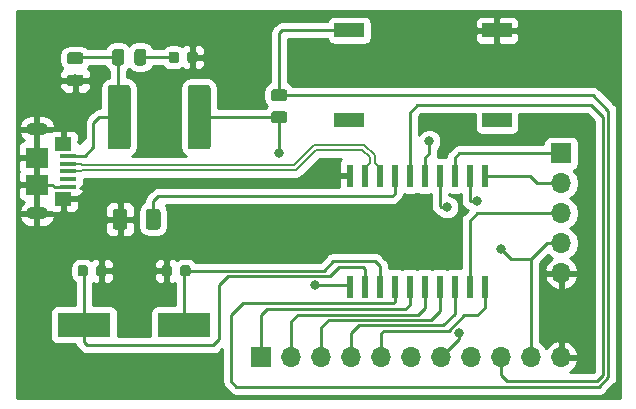
<source format=gbr>
G04 #@! TF.GenerationSoftware,KiCad,Pcbnew,(5.0.1)-4*
G04 #@! TF.CreationDate,2019-08-09T21:17:30+02:00*
G04 #@! TF.ProjectId,USB-SPI_prog,5553422D5350495F70726F672E6B6963,rev?*
G04 #@! TF.SameCoordinates,Original*
G04 #@! TF.FileFunction,Copper,L1,Top,Signal*
G04 #@! TF.FilePolarity,Positive*
%FSLAX46Y46*%
G04 Gerber Fmt 4.6, Leading zero omitted, Abs format (unit mm)*
G04 Created by KiCad (PCBNEW (5.0.1)-4) date 09.08.2019 21:17:30*
%MOMM*%
%LPD*%
G01*
G04 APERTURE LIST*
G04 #@! TA.AperFunction,Conductor*
%ADD10C,0.100000*%
G04 #@! TD*
G04 #@! TA.AperFunction,SMDPad,CuDef*
%ADD11C,1.925000*%
G04 #@! TD*
G04 #@! TA.AperFunction,SMDPad,CuDef*
%ADD12R,2.500000X1.200000*%
G04 #@! TD*
G04 #@! TA.AperFunction,SMDPad,CuDef*
%ADD13C,0.975000*%
G04 #@! TD*
G04 #@! TA.AperFunction,SMDPad,CuDef*
%ADD14C,1.250000*%
G04 #@! TD*
G04 #@! TA.AperFunction,SMDPad,CuDef*
%ADD15C,0.875000*%
G04 #@! TD*
G04 #@! TA.AperFunction,SMDPad,CuDef*
%ADD16R,1.900000X1.750000*%
G04 #@! TD*
G04 #@! TA.AperFunction,SMDPad,CuDef*
%ADD17R,1.400000X0.400000*%
G04 #@! TD*
G04 #@! TA.AperFunction,ComponentPad*
%ADD18O,1.900000X1.050000*%
G04 #@! TD*
G04 #@! TA.AperFunction,SMDPad,CuDef*
%ADD19R,1.450000X1.150000*%
G04 #@! TD*
G04 #@! TA.AperFunction,ComponentPad*
%ADD20R,1.700000X1.700000*%
G04 #@! TD*
G04 #@! TA.AperFunction,ComponentPad*
%ADD21O,1.700000X1.700000*%
G04 #@! TD*
G04 #@! TA.AperFunction,SMDPad,CuDef*
%ADD22R,0.600000X1.950000*%
G04 #@! TD*
G04 #@! TA.AperFunction,SMDPad,CuDef*
%ADD23R,4.500000X2.000000*%
G04 #@! TD*
G04 #@! TA.AperFunction,ViaPad*
%ADD24C,0.800000*%
G04 #@! TD*
G04 #@! TA.AperFunction,Conductor*
%ADD25C,0.250000*%
G04 #@! TD*
G04 #@! TA.AperFunction,Conductor*
%ADD26C,0.200000*%
G04 #@! TD*
G04 #@! TA.AperFunction,Conductor*
%ADD27C,0.254000*%
G04 #@! TD*
G04 APERTURE END LIST*
D10*
G04 #@! TO.N,5V*
G04 #@! TO.C,F1*
G36*
X135188505Y-85668204D02*
X135212773Y-85671804D01*
X135236572Y-85677765D01*
X135259671Y-85686030D01*
X135281850Y-85696520D01*
X135302893Y-85709132D01*
X135322599Y-85723747D01*
X135340777Y-85740223D01*
X135357253Y-85758401D01*
X135371868Y-85778107D01*
X135384480Y-85799150D01*
X135394970Y-85821329D01*
X135403235Y-85844428D01*
X135409196Y-85868227D01*
X135412796Y-85892495D01*
X135414000Y-85916999D01*
X135414000Y-90867001D01*
X135412796Y-90891505D01*
X135409196Y-90915773D01*
X135403235Y-90939572D01*
X135394970Y-90962671D01*
X135384480Y-90984850D01*
X135371868Y-91005893D01*
X135357253Y-91025599D01*
X135340777Y-91043777D01*
X135322599Y-91060253D01*
X135302893Y-91074868D01*
X135281850Y-91087480D01*
X135259671Y-91097970D01*
X135236572Y-91106235D01*
X135212773Y-91112196D01*
X135188505Y-91115796D01*
X135164001Y-91117000D01*
X133738999Y-91117000D01*
X133714495Y-91115796D01*
X133690227Y-91112196D01*
X133666428Y-91106235D01*
X133643329Y-91097970D01*
X133621150Y-91087480D01*
X133600107Y-91074868D01*
X133580401Y-91060253D01*
X133562223Y-91043777D01*
X133545747Y-91025599D01*
X133531132Y-91005893D01*
X133518520Y-90984850D01*
X133508030Y-90962671D01*
X133499765Y-90939572D01*
X133493804Y-90915773D01*
X133490204Y-90891505D01*
X133489000Y-90867001D01*
X133489000Y-85916999D01*
X133490204Y-85892495D01*
X133493804Y-85868227D01*
X133499765Y-85844428D01*
X133508030Y-85821329D01*
X133518520Y-85799150D01*
X133531132Y-85778107D01*
X133545747Y-85758401D01*
X133562223Y-85740223D01*
X133580401Y-85723747D01*
X133600107Y-85709132D01*
X133621150Y-85696520D01*
X133643329Y-85686030D01*
X133666428Y-85677765D01*
X133690227Y-85671804D01*
X133714495Y-85668204D01*
X133738999Y-85667000D01*
X135164001Y-85667000D01*
X135188505Y-85668204D01*
X135188505Y-85668204D01*
G37*
D11*
G04 #@! TD*
G04 #@! TO.P,F1,1*
G04 #@! TO.N,5V*
X134451500Y-88392000D03*
D10*
G04 #@! TO.N,Net-(C1-Pad1)*
G04 #@! TO.C,F1*
G36*
X128413505Y-85668204D02*
X128437773Y-85671804D01*
X128461572Y-85677765D01*
X128484671Y-85686030D01*
X128506850Y-85696520D01*
X128527893Y-85709132D01*
X128547599Y-85723747D01*
X128565777Y-85740223D01*
X128582253Y-85758401D01*
X128596868Y-85778107D01*
X128609480Y-85799150D01*
X128619970Y-85821329D01*
X128628235Y-85844428D01*
X128634196Y-85868227D01*
X128637796Y-85892495D01*
X128639000Y-85916999D01*
X128639000Y-90867001D01*
X128637796Y-90891505D01*
X128634196Y-90915773D01*
X128628235Y-90939572D01*
X128619970Y-90962671D01*
X128609480Y-90984850D01*
X128596868Y-91005893D01*
X128582253Y-91025599D01*
X128565777Y-91043777D01*
X128547599Y-91060253D01*
X128527893Y-91074868D01*
X128506850Y-91087480D01*
X128484671Y-91097970D01*
X128461572Y-91106235D01*
X128437773Y-91112196D01*
X128413505Y-91115796D01*
X128389001Y-91117000D01*
X126963999Y-91117000D01*
X126939495Y-91115796D01*
X126915227Y-91112196D01*
X126891428Y-91106235D01*
X126868329Y-91097970D01*
X126846150Y-91087480D01*
X126825107Y-91074868D01*
X126805401Y-91060253D01*
X126787223Y-91043777D01*
X126770747Y-91025599D01*
X126756132Y-91005893D01*
X126743520Y-90984850D01*
X126733030Y-90962671D01*
X126724765Y-90939572D01*
X126718804Y-90915773D01*
X126715204Y-90891505D01*
X126714000Y-90867001D01*
X126714000Y-85916999D01*
X126715204Y-85892495D01*
X126718804Y-85868227D01*
X126724765Y-85844428D01*
X126733030Y-85821329D01*
X126743520Y-85799150D01*
X126756132Y-85778107D01*
X126770747Y-85758401D01*
X126787223Y-85740223D01*
X126805401Y-85723747D01*
X126825107Y-85709132D01*
X126846150Y-85696520D01*
X126868329Y-85686030D01*
X126891428Y-85677765D01*
X126915227Y-85671804D01*
X126939495Y-85668204D01*
X126963999Y-85667000D01*
X128389001Y-85667000D01*
X128413505Y-85668204D01*
X128413505Y-85668204D01*
G37*
D11*
G04 #@! TD*
G04 #@! TO.P,F1,2*
G04 #@! TO.N,Net-(C1-Pad1)*
X127676500Y-88392000D03*
D12*
G04 #@! TO.P,SW1,3*
G04 #@! TO.N,N/C*
X159666000Y-88646000D03*
G04 #@! TO.P,SW1,4*
X147166000Y-88646000D03*
G04 #@! TO.P,SW1,1*
G04 #@! TO.N,GND*
X159666000Y-81026000D03*
G04 #@! TO.P,SW1,2*
G04 #@! TO.N,Net-(R2-Pad2)*
X147166000Y-81026000D03*
G04 #@! TD*
D10*
G04 #@! TO.N,Net-(C1-Pad1)*
G04 #@! TO.C,C1*
G36*
X124432142Y-82904174D02*
X124455803Y-82907684D01*
X124479007Y-82913496D01*
X124501529Y-82921554D01*
X124523153Y-82931782D01*
X124543670Y-82944079D01*
X124562883Y-82958329D01*
X124580607Y-82974393D01*
X124596671Y-82992117D01*
X124610921Y-83011330D01*
X124623218Y-83031847D01*
X124633446Y-83053471D01*
X124641504Y-83075993D01*
X124647316Y-83099197D01*
X124650826Y-83122858D01*
X124652000Y-83146750D01*
X124652000Y-83634250D01*
X124650826Y-83658142D01*
X124647316Y-83681803D01*
X124641504Y-83705007D01*
X124633446Y-83727529D01*
X124623218Y-83749153D01*
X124610921Y-83769670D01*
X124596671Y-83788883D01*
X124580607Y-83806607D01*
X124562883Y-83822671D01*
X124543670Y-83836921D01*
X124523153Y-83849218D01*
X124501529Y-83859446D01*
X124479007Y-83867504D01*
X124455803Y-83873316D01*
X124432142Y-83876826D01*
X124408250Y-83878000D01*
X123495750Y-83878000D01*
X123471858Y-83876826D01*
X123448197Y-83873316D01*
X123424993Y-83867504D01*
X123402471Y-83859446D01*
X123380847Y-83849218D01*
X123360330Y-83836921D01*
X123341117Y-83822671D01*
X123323393Y-83806607D01*
X123307329Y-83788883D01*
X123293079Y-83769670D01*
X123280782Y-83749153D01*
X123270554Y-83727529D01*
X123262496Y-83705007D01*
X123256684Y-83681803D01*
X123253174Y-83658142D01*
X123252000Y-83634250D01*
X123252000Y-83146750D01*
X123253174Y-83122858D01*
X123256684Y-83099197D01*
X123262496Y-83075993D01*
X123270554Y-83053471D01*
X123280782Y-83031847D01*
X123293079Y-83011330D01*
X123307329Y-82992117D01*
X123323393Y-82974393D01*
X123341117Y-82958329D01*
X123360330Y-82944079D01*
X123380847Y-82931782D01*
X123402471Y-82921554D01*
X123424993Y-82913496D01*
X123448197Y-82907684D01*
X123471858Y-82904174D01*
X123495750Y-82903000D01*
X124408250Y-82903000D01*
X124432142Y-82904174D01*
X124432142Y-82904174D01*
G37*
D13*
G04 #@! TD*
G04 #@! TO.P,C1,1*
G04 #@! TO.N,Net-(C1-Pad1)*
X123952000Y-83390500D03*
D10*
G04 #@! TO.N,GND*
G04 #@! TO.C,C1*
G36*
X124432142Y-84779174D02*
X124455803Y-84782684D01*
X124479007Y-84788496D01*
X124501529Y-84796554D01*
X124523153Y-84806782D01*
X124543670Y-84819079D01*
X124562883Y-84833329D01*
X124580607Y-84849393D01*
X124596671Y-84867117D01*
X124610921Y-84886330D01*
X124623218Y-84906847D01*
X124633446Y-84928471D01*
X124641504Y-84950993D01*
X124647316Y-84974197D01*
X124650826Y-84997858D01*
X124652000Y-85021750D01*
X124652000Y-85509250D01*
X124650826Y-85533142D01*
X124647316Y-85556803D01*
X124641504Y-85580007D01*
X124633446Y-85602529D01*
X124623218Y-85624153D01*
X124610921Y-85644670D01*
X124596671Y-85663883D01*
X124580607Y-85681607D01*
X124562883Y-85697671D01*
X124543670Y-85711921D01*
X124523153Y-85724218D01*
X124501529Y-85734446D01*
X124479007Y-85742504D01*
X124455803Y-85748316D01*
X124432142Y-85751826D01*
X124408250Y-85753000D01*
X123495750Y-85753000D01*
X123471858Y-85751826D01*
X123448197Y-85748316D01*
X123424993Y-85742504D01*
X123402471Y-85734446D01*
X123380847Y-85724218D01*
X123360330Y-85711921D01*
X123341117Y-85697671D01*
X123323393Y-85681607D01*
X123307329Y-85663883D01*
X123293079Y-85644670D01*
X123280782Y-85624153D01*
X123270554Y-85602529D01*
X123262496Y-85580007D01*
X123256684Y-85556803D01*
X123253174Y-85533142D01*
X123252000Y-85509250D01*
X123252000Y-85021750D01*
X123253174Y-84997858D01*
X123256684Y-84974197D01*
X123262496Y-84950993D01*
X123270554Y-84928471D01*
X123280782Y-84906847D01*
X123293079Y-84886330D01*
X123307329Y-84867117D01*
X123323393Y-84849393D01*
X123341117Y-84833329D01*
X123360330Y-84819079D01*
X123380847Y-84806782D01*
X123402471Y-84796554D01*
X123424993Y-84788496D01*
X123448197Y-84782684D01*
X123471858Y-84779174D01*
X123495750Y-84778000D01*
X124408250Y-84778000D01*
X124432142Y-84779174D01*
X124432142Y-84779174D01*
G37*
D13*
G04 #@! TD*
G04 #@! TO.P,C1,2*
G04 #@! TO.N,GND*
X123952000Y-85265500D03*
D10*
G04 #@! TO.N,Net-(C2-Pad1)*
G04 #@! TO.C,C2*
G36*
X130955504Y-96154204D02*
X130979773Y-96157804D01*
X131003571Y-96163765D01*
X131026671Y-96172030D01*
X131048849Y-96182520D01*
X131069893Y-96195133D01*
X131089598Y-96209747D01*
X131107777Y-96226223D01*
X131124253Y-96244402D01*
X131138867Y-96264107D01*
X131151480Y-96285151D01*
X131161970Y-96307329D01*
X131170235Y-96330429D01*
X131176196Y-96354227D01*
X131179796Y-96378496D01*
X131181000Y-96403000D01*
X131181000Y-97653000D01*
X131179796Y-97677504D01*
X131176196Y-97701773D01*
X131170235Y-97725571D01*
X131161970Y-97748671D01*
X131151480Y-97770849D01*
X131138867Y-97791893D01*
X131124253Y-97811598D01*
X131107777Y-97829777D01*
X131089598Y-97846253D01*
X131069893Y-97860867D01*
X131048849Y-97873480D01*
X131026671Y-97883970D01*
X131003571Y-97892235D01*
X130979773Y-97898196D01*
X130955504Y-97901796D01*
X130931000Y-97903000D01*
X130181000Y-97903000D01*
X130156496Y-97901796D01*
X130132227Y-97898196D01*
X130108429Y-97892235D01*
X130085329Y-97883970D01*
X130063151Y-97873480D01*
X130042107Y-97860867D01*
X130022402Y-97846253D01*
X130004223Y-97829777D01*
X129987747Y-97811598D01*
X129973133Y-97791893D01*
X129960520Y-97770849D01*
X129950030Y-97748671D01*
X129941765Y-97725571D01*
X129935804Y-97701773D01*
X129932204Y-97677504D01*
X129931000Y-97653000D01*
X129931000Y-96403000D01*
X129932204Y-96378496D01*
X129935804Y-96354227D01*
X129941765Y-96330429D01*
X129950030Y-96307329D01*
X129960520Y-96285151D01*
X129973133Y-96264107D01*
X129987747Y-96244402D01*
X130004223Y-96226223D01*
X130022402Y-96209747D01*
X130042107Y-96195133D01*
X130063151Y-96182520D01*
X130085329Y-96172030D01*
X130108429Y-96163765D01*
X130132227Y-96157804D01*
X130156496Y-96154204D01*
X130181000Y-96153000D01*
X130931000Y-96153000D01*
X130955504Y-96154204D01*
X130955504Y-96154204D01*
G37*
D14*
G04 #@! TD*
G04 #@! TO.P,C2,1*
G04 #@! TO.N,Net-(C2-Pad1)*
X130556000Y-97028000D03*
D10*
G04 #@! TO.N,GND*
G04 #@! TO.C,C2*
G36*
X128155504Y-96154204D02*
X128179773Y-96157804D01*
X128203571Y-96163765D01*
X128226671Y-96172030D01*
X128248849Y-96182520D01*
X128269893Y-96195133D01*
X128289598Y-96209747D01*
X128307777Y-96226223D01*
X128324253Y-96244402D01*
X128338867Y-96264107D01*
X128351480Y-96285151D01*
X128361970Y-96307329D01*
X128370235Y-96330429D01*
X128376196Y-96354227D01*
X128379796Y-96378496D01*
X128381000Y-96403000D01*
X128381000Y-97653000D01*
X128379796Y-97677504D01*
X128376196Y-97701773D01*
X128370235Y-97725571D01*
X128361970Y-97748671D01*
X128351480Y-97770849D01*
X128338867Y-97791893D01*
X128324253Y-97811598D01*
X128307777Y-97829777D01*
X128289598Y-97846253D01*
X128269893Y-97860867D01*
X128248849Y-97873480D01*
X128226671Y-97883970D01*
X128203571Y-97892235D01*
X128179773Y-97898196D01*
X128155504Y-97901796D01*
X128131000Y-97903000D01*
X127381000Y-97903000D01*
X127356496Y-97901796D01*
X127332227Y-97898196D01*
X127308429Y-97892235D01*
X127285329Y-97883970D01*
X127263151Y-97873480D01*
X127242107Y-97860867D01*
X127222402Y-97846253D01*
X127204223Y-97829777D01*
X127187747Y-97811598D01*
X127173133Y-97791893D01*
X127160520Y-97770849D01*
X127150030Y-97748671D01*
X127141765Y-97725571D01*
X127135804Y-97701773D01*
X127132204Y-97677504D01*
X127131000Y-97653000D01*
X127131000Y-96403000D01*
X127132204Y-96378496D01*
X127135804Y-96354227D01*
X127141765Y-96330429D01*
X127150030Y-96307329D01*
X127160520Y-96285151D01*
X127173133Y-96264107D01*
X127187747Y-96244402D01*
X127204223Y-96226223D01*
X127222402Y-96209747D01*
X127242107Y-96195133D01*
X127263151Y-96182520D01*
X127285329Y-96172030D01*
X127308429Y-96163765D01*
X127332227Y-96157804D01*
X127356496Y-96154204D01*
X127381000Y-96153000D01*
X128131000Y-96153000D01*
X128155504Y-96154204D01*
X128155504Y-96154204D01*
G37*
D14*
G04 #@! TD*
G04 #@! TO.P,C2,2*
G04 #@! TO.N,GND*
X127756000Y-97028000D03*
D10*
G04 #@! TO.N,GND*
G04 #@! TO.C,C3*
G36*
X126411289Y-100923884D02*
X126432524Y-100927034D01*
X126453348Y-100932250D01*
X126473560Y-100939482D01*
X126492966Y-100948661D01*
X126511379Y-100959697D01*
X126528622Y-100972485D01*
X126544528Y-100986901D01*
X126558944Y-101002807D01*
X126571732Y-101020050D01*
X126582768Y-101038463D01*
X126591947Y-101057869D01*
X126599179Y-101078081D01*
X126604395Y-101098905D01*
X126607545Y-101120140D01*
X126608598Y-101141581D01*
X126608598Y-101654081D01*
X126607545Y-101675522D01*
X126604395Y-101696757D01*
X126599179Y-101717581D01*
X126591947Y-101737793D01*
X126582768Y-101757199D01*
X126571732Y-101775612D01*
X126558944Y-101792855D01*
X126544528Y-101808761D01*
X126528622Y-101823177D01*
X126511379Y-101835965D01*
X126492966Y-101847001D01*
X126473560Y-101856180D01*
X126453348Y-101863412D01*
X126432524Y-101868628D01*
X126411289Y-101871778D01*
X126389848Y-101872831D01*
X125952348Y-101872831D01*
X125930907Y-101871778D01*
X125909672Y-101868628D01*
X125888848Y-101863412D01*
X125868636Y-101856180D01*
X125849230Y-101847001D01*
X125830817Y-101835965D01*
X125813574Y-101823177D01*
X125797668Y-101808761D01*
X125783252Y-101792855D01*
X125770464Y-101775612D01*
X125759428Y-101757199D01*
X125750249Y-101737793D01*
X125743017Y-101717581D01*
X125737801Y-101696757D01*
X125734651Y-101675522D01*
X125733598Y-101654081D01*
X125733598Y-101141581D01*
X125734651Y-101120140D01*
X125737801Y-101098905D01*
X125743017Y-101078081D01*
X125750249Y-101057869D01*
X125759428Y-101038463D01*
X125770464Y-101020050D01*
X125783252Y-101002807D01*
X125797668Y-100986901D01*
X125813574Y-100972485D01*
X125830817Y-100959697D01*
X125849230Y-100948661D01*
X125868636Y-100939482D01*
X125888848Y-100932250D01*
X125909672Y-100927034D01*
X125930907Y-100923884D01*
X125952348Y-100922831D01*
X126389848Y-100922831D01*
X126411289Y-100923884D01*
X126411289Y-100923884D01*
G37*
D15*
G04 #@! TD*
G04 #@! TO.P,C3,2*
G04 #@! TO.N,GND*
X126171098Y-101397831D03*
D10*
G04 #@! TO.N,Net-(C3-Pad1)*
G04 #@! TO.C,C3*
G36*
X124836289Y-100923884D02*
X124857524Y-100927034D01*
X124878348Y-100932250D01*
X124898560Y-100939482D01*
X124917966Y-100948661D01*
X124936379Y-100959697D01*
X124953622Y-100972485D01*
X124969528Y-100986901D01*
X124983944Y-101002807D01*
X124996732Y-101020050D01*
X125007768Y-101038463D01*
X125016947Y-101057869D01*
X125024179Y-101078081D01*
X125029395Y-101098905D01*
X125032545Y-101120140D01*
X125033598Y-101141581D01*
X125033598Y-101654081D01*
X125032545Y-101675522D01*
X125029395Y-101696757D01*
X125024179Y-101717581D01*
X125016947Y-101737793D01*
X125007768Y-101757199D01*
X124996732Y-101775612D01*
X124983944Y-101792855D01*
X124969528Y-101808761D01*
X124953622Y-101823177D01*
X124936379Y-101835965D01*
X124917966Y-101847001D01*
X124898560Y-101856180D01*
X124878348Y-101863412D01*
X124857524Y-101868628D01*
X124836289Y-101871778D01*
X124814848Y-101872831D01*
X124377348Y-101872831D01*
X124355907Y-101871778D01*
X124334672Y-101868628D01*
X124313848Y-101863412D01*
X124293636Y-101856180D01*
X124274230Y-101847001D01*
X124255817Y-101835965D01*
X124238574Y-101823177D01*
X124222668Y-101808761D01*
X124208252Y-101792855D01*
X124195464Y-101775612D01*
X124184428Y-101757199D01*
X124175249Y-101737793D01*
X124168017Y-101717581D01*
X124162801Y-101696757D01*
X124159651Y-101675522D01*
X124158598Y-101654081D01*
X124158598Y-101141581D01*
X124159651Y-101120140D01*
X124162801Y-101098905D01*
X124168017Y-101078081D01*
X124175249Y-101057869D01*
X124184428Y-101038463D01*
X124195464Y-101020050D01*
X124208252Y-101002807D01*
X124222668Y-100986901D01*
X124238574Y-100972485D01*
X124255817Y-100959697D01*
X124274230Y-100948661D01*
X124293636Y-100939482D01*
X124313848Y-100932250D01*
X124334672Y-100927034D01*
X124355907Y-100923884D01*
X124377348Y-100922831D01*
X124814848Y-100922831D01*
X124836289Y-100923884D01*
X124836289Y-100923884D01*
G37*
D15*
G04 #@! TD*
G04 #@! TO.P,C3,1*
G04 #@! TO.N,Net-(C3-Pad1)*
X124596098Y-101397831D03*
D10*
G04 #@! TO.N,GND*
G04 #@! TO.C,C4*
G36*
X131948289Y-100923884D02*
X131969524Y-100927034D01*
X131990348Y-100932250D01*
X132010560Y-100939482D01*
X132029966Y-100948661D01*
X132048379Y-100959697D01*
X132065622Y-100972485D01*
X132081528Y-100986901D01*
X132095944Y-101002807D01*
X132108732Y-101020050D01*
X132119768Y-101038463D01*
X132128947Y-101057869D01*
X132136179Y-101078081D01*
X132141395Y-101098905D01*
X132144545Y-101120140D01*
X132145598Y-101141581D01*
X132145598Y-101654081D01*
X132144545Y-101675522D01*
X132141395Y-101696757D01*
X132136179Y-101717581D01*
X132128947Y-101737793D01*
X132119768Y-101757199D01*
X132108732Y-101775612D01*
X132095944Y-101792855D01*
X132081528Y-101808761D01*
X132065622Y-101823177D01*
X132048379Y-101835965D01*
X132029966Y-101847001D01*
X132010560Y-101856180D01*
X131990348Y-101863412D01*
X131969524Y-101868628D01*
X131948289Y-101871778D01*
X131926848Y-101872831D01*
X131489348Y-101872831D01*
X131467907Y-101871778D01*
X131446672Y-101868628D01*
X131425848Y-101863412D01*
X131405636Y-101856180D01*
X131386230Y-101847001D01*
X131367817Y-101835965D01*
X131350574Y-101823177D01*
X131334668Y-101808761D01*
X131320252Y-101792855D01*
X131307464Y-101775612D01*
X131296428Y-101757199D01*
X131287249Y-101737793D01*
X131280017Y-101717581D01*
X131274801Y-101696757D01*
X131271651Y-101675522D01*
X131270598Y-101654081D01*
X131270598Y-101141581D01*
X131271651Y-101120140D01*
X131274801Y-101098905D01*
X131280017Y-101078081D01*
X131287249Y-101057869D01*
X131296428Y-101038463D01*
X131307464Y-101020050D01*
X131320252Y-101002807D01*
X131334668Y-100986901D01*
X131350574Y-100972485D01*
X131367817Y-100959697D01*
X131386230Y-100948661D01*
X131405636Y-100939482D01*
X131425848Y-100932250D01*
X131446672Y-100927034D01*
X131467907Y-100923884D01*
X131489348Y-100922831D01*
X131926848Y-100922831D01*
X131948289Y-100923884D01*
X131948289Y-100923884D01*
G37*
D15*
G04 #@! TD*
G04 #@! TO.P,C4,1*
G04 #@! TO.N,GND*
X131708098Y-101397831D03*
D10*
G04 #@! TO.N,Net-(C4-Pad2)*
G04 #@! TO.C,C4*
G36*
X133523289Y-100923884D02*
X133544524Y-100927034D01*
X133565348Y-100932250D01*
X133585560Y-100939482D01*
X133604966Y-100948661D01*
X133623379Y-100959697D01*
X133640622Y-100972485D01*
X133656528Y-100986901D01*
X133670944Y-101002807D01*
X133683732Y-101020050D01*
X133694768Y-101038463D01*
X133703947Y-101057869D01*
X133711179Y-101078081D01*
X133716395Y-101098905D01*
X133719545Y-101120140D01*
X133720598Y-101141581D01*
X133720598Y-101654081D01*
X133719545Y-101675522D01*
X133716395Y-101696757D01*
X133711179Y-101717581D01*
X133703947Y-101737793D01*
X133694768Y-101757199D01*
X133683732Y-101775612D01*
X133670944Y-101792855D01*
X133656528Y-101808761D01*
X133640622Y-101823177D01*
X133623379Y-101835965D01*
X133604966Y-101847001D01*
X133585560Y-101856180D01*
X133565348Y-101863412D01*
X133544524Y-101868628D01*
X133523289Y-101871778D01*
X133501848Y-101872831D01*
X133064348Y-101872831D01*
X133042907Y-101871778D01*
X133021672Y-101868628D01*
X133000848Y-101863412D01*
X132980636Y-101856180D01*
X132961230Y-101847001D01*
X132942817Y-101835965D01*
X132925574Y-101823177D01*
X132909668Y-101808761D01*
X132895252Y-101792855D01*
X132882464Y-101775612D01*
X132871428Y-101757199D01*
X132862249Y-101737793D01*
X132855017Y-101717581D01*
X132849801Y-101696757D01*
X132846651Y-101675522D01*
X132845598Y-101654081D01*
X132845598Y-101141581D01*
X132846651Y-101120140D01*
X132849801Y-101098905D01*
X132855017Y-101078081D01*
X132862249Y-101057869D01*
X132871428Y-101038463D01*
X132882464Y-101020050D01*
X132895252Y-101002807D01*
X132909668Y-100986901D01*
X132925574Y-100972485D01*
X132942817Y-100959697D01*
X132961230Y-100948661D01*
X132980636Y-100939482D01*
X133000848Y-100932250D01*
X133021672Y-100927034D01*
X133042907Y-100923884D01*
X133064348Y-100922831D01*
X133501848Y-100922831D01*
X133523289Y-100923884D01*
X133523289Y-100923884D01*
G37*
D15*
G04 #@! TD*
G04 #@! TO.P,C4,2*
G04 #@! TO.N,Net-(C4-Pad2)*
X133283098Y-101397831D03*
D10*
G04 #@! TO.N,GND*
G04 #@! TO.C,D1*
G36*
X134123691Y-82838053D02*
X134144926Y-82841203D01*
X134165750Y-82846419D01*
X134185962Y-82853651D01*
X134205368Y-82862830D01*
X134223781Y-82873866D01*
X134241024Y-82886654D01*
X134256930Y-82901070D01*
X134271346Y-82916976D01*
X134284134Y-82934219D01*
X134295170Y-82952632D01*
X134304349Y-82972038D01*
X134311581Y-82992250D01*
X134316797Y-83013074D01*
X134319947Y-83034309D01*
X134321000Y-83055750D01*
X134321000Y-83568250D01*
X134319947Y-83589691D01*
X134316797Y-83610926D01*
X134311581Y-83631750D01*
X134304349Y-83651962D01*
X134295170Y-83671368D01*
X134284134Y-83689781D01*
X134271346Y-83707024D01*
X134256930Y-83722930D01*
X134241024Y-83737346D01*
X134223781Y-83750134D01*
X134205368Y-83761170D01*
X134185962Y-83770349D01*
X134165750Y-83777581D01*
X134144926Y-83782797D01*
X134123691Y-83785947D01*
X134102250Y-83787000D01*
X133664750Y-83787000D01*
X133643309Y-83785947D01*
X133622074Y-83782797D01*
X133601250Y-83777581D01*
X133581038Y-83770349D01*
X133561632Y-83761170D01*
X133543219Y-83750134D01*
X133525976Y-83737346D01*
X133510070Y-83722930D01*
X133495654Y-83707024D01*
X133482866Y-83689781D01*
X133471830Y-83671368D01*
X133462651Y-83651962D01*
X133455419Y-83631750D01*
X133450203Y-83610926D01*
X133447053Y-83589691D01*
X133446000Y-83568250D01*
X133446000Y-83055750D01*
X133447053Y-83034309D01*
X133450203Y-83013074D01*
X133455419Y-82992250D01*
X133462651Y-82972038D01*
X133471830Y-82952632D01*
X133482866Y-82934219D01*
X133495654Y-82916976D01*
X133510070Y-82901070D01*
X133525976Y-82886654D01*
X133543219Y-82873866D01*
X133561632Y-82862830D01*
X133581038Y-82853651D01*
X133601250Y-82846419D01*
X133622074Y-82841203D01*
X133643309Y-82838053D01*
X133664750Y-82837000D01*
X134102250Y-82837000D01*
X134123691Y-82838053D01*
X134123691Y-82838053D01*
G37*
D15*
G04 #@! TD*
G04 #@! TO.P,D1,1*
G04 #@! TO.N,GND*
X133883500Y-83312000D03*
D10*
G04 #@! TO.N,Net-(D1-Pad2)*
G04 #@! TO.C,D1*
G36*
X132548691Y-82838053D02*
X132569926Y-82841203D01*
X132590750Y-82846419D01*
X132610962Y-82853651D01*
X132630368Y-82862830D01*
X132648781Y-82873866D01*
X132666024Y-82886654D01*
X132681930Y-82901070D01*
X132696346Y-82916976D01*
X132709134Y-82934219D01*
X132720170Y-82952632D01*
X132729349Y-82972038D01*
X132736581Y-82992250D01*
X132741797Y-83013074D01*
X132744947Y-83034309D01*
X132746000Y-83055750D01*
X132746000Y-83568250D01*
X132744947Y-83589691D01*
X132741797Y-83610926D01*
X132736581Y-83631750D01*
X132729349Y-83651962D01*
X132720170Y-83671368D01*
X132709134Y-83689781D01*
X132696346Y-83707024D01*
X132681930Y-83722930D01*
X132666024Y-83737346D01*
X132648781Y-83750134D01*
X132630368Y-83761170D01*
X132610962Y-83770349D01*
X132590750Y-83777581D01*
X132569926Y-83782797D01*
X132548691Y-83785947D01*
X132527250Y-83787000D01*
X132089750Y-83787000D01*
X132068309Y-83785947D01*
X132047074Y-83782797D01*
X132026250Y-83777581D01*
X132006038Y-83770349D01*
X131986632Y-83761170D01*
X131968219Y-83750134D01*
X131950976Y-83737346D01*
X131935070Y-83722930D01*
X131920654Y-83707024D01*
X131907866Y-83689781D01*
X131896830Y-83671368D01*
X131887651Y-83651962D01*
X131880419Y-83631750D01*
X131875203Y-83610926D01*
X131872053Y-83589691D01*
X131871000Y-83568250D01*
X131871000Y-83055750D01*
X131872053Y-83034309D01*
X131875203Y-83013074D01*
X131880419Y-82992250D01*
X131887651Y-82972038D01*
X131896830Y-82952632D01*
X131907866Y-82934219D01*
X131920654Y-82916976D01*
X131935070Y-82901070D01*
X131950976Y-82886654D01*
X131968219Y-82873866D01*
X131986632Y-82862830D01*
X132006038Y-82853651D01*
X132026250Y-82846419D01*
X132047074Y-82841203D01*
X132068309Y-82838053D01*
X132089750Y-82837000D01*
X132527250Y-82837000D01*
X132548691Y-82838053D01*
X132548691Y-82838053D01*
G37*
D15*
G04 #@! TD*
G04 #@! TO.P,D1,2*
G04 #@! TO.N,Net-(D1-Pad2)*
X132308500Y-83312000D03*
D16*
G04 #@! TO.P,J1,6*
G04 #@! TO.N,GND*
X120720000Y-94089000D03*
D17*
G04 #@! TO.P,J1,2*
G04 #@! TO.N,/D-*
X123370000Y-92314000D03*
G04 #@! TO.P,J1,1*
G04 #@! TO.N,Net-(C1-Pad1)*
X123370000Y-91664000D03*
G04 #@! TO.P,J1,5*
G04 #@! TO.N,GND*
X123370000Y-94264000D03*
G04 #@! TO.P,J1,4*
G04 #@! TO.N,Net-(J1-Pad4)*
X123370000Y-93614000D03*
G04 #@! TO.P,J1,3*
G04 #@! TO.N,/D+*
X123370000Y-92964000D03*
D16*
G04 #@! TO.P,J1,6*
G04 #@! TO.N,GND*
X120720000Y-91839000D03*
D18*
X120720000Y-89389000D03*
X120720000Y-96539000D03*
D19*
X122950000Y-95284000D03*
X122950000Y-90644000D03*
G04 #@! TD*
D20*
G04 #@! TO.P,J2,1*
G04 #@! TO.N,MISO*
X165100000Y-91440000D03*
D21*
G04 #@! TO.P,J2,2*
G04 #@! TO.N,SCK*
X165100000Y-93980000D03*
G04 #@! TO.P,J2,3*
G04 #@! TO.N,MOSI*
X165100000Y-96520000D03*
G04 #@! TO.P,J2,4*
G04 #@! TO.N,5V*
X165100000Y-99060000D03*
G04 #@! TO.P,J2,5*
G04 #@! TO.N,GND*
X165100000Y-101600000D03*
G04 #@! TD*
D20*
G04 #@! TO.P,J3,1*
G04 #@! TO.N,GP0*
X139700000Y-108712000D03*
D21*
G04 #@! TO.P,J3,2*
G04 #@! TO.N,GP1*
X142240000Y-108712000D03*
G04 #@! TO.P,J3,3*
G04 #@! TO.N,GP2*
X144780000Y-108712000D03*
G04 #@! TO.P,J3,4*
G04 #@! TO.N,GP3*
X147320000Y-108712000D03*
G04 #@! TO.P,J3,5*
G04 #@! TO.N,GP4*
X149860000Y-108712000D03*
G04 #@! TO.P,J3,6*
G04 #@! TO.N,GP5*
X152400000Y-108712000D03*
G04 #@! TO.P,J3,7*
G04 #@! TO.N,GP6*
X154940000Y-108712000D03*
G04 #@! TO.P,J3,8*
G04 #@! TO.N,GP7*
X157480000Y-108712000D03*
G04 #@! TO.P,J3,9*
G04 #@! TO.N,GP8*
X160020000Y-108712000D03*
G04 #@! TO.P,J3,10*
G04 #@! TO.N,5V*
X162560000Y-108712000D03*
G04 #@! TO.P,J3,11*
G04 #@! TO.N,GND*
X165100000Y-108712000D03*
G04 #@! TD*
D10*
G04 #@! TO.N,Net-(D1-Pad2)*
G04 #@! TO.C,R1*
G36*
X129729142Y-82613174D02*
X129752803Y-82616684D01*
X129776007Y-82622496D01*
X129798529Y-82630554D01*
X129820153Y-82640782D01*
X129840670Y-82653079D01*
X129859883Y-82667329D01*
X129877607Y-82683393D01*
X129893671Y-82701117D01*
X129907921Y-82720330D01*
X129920218Y-82740847D01*
X129930446Y-82762471D01*
X129938504Y-82784993D01*
X129944316Y-82808197D01*
X129947826Y-82831858D01*
X129949000Y-82855750D01*
X129949000Y-83768250D01*
X129947826Y-83792142D01*
X129944316Y-83815803D01*
X129938504Y-83839007D01*
X129930446Y-83861529D01*
X129920218Y-83883153D01*
X129907921Y-83903670D01*
X129893671Y-83922883D01*
X129877607Y-83940607D01*
X129859883Y-83956671D01*
X129840670Y-83970921D01*
X129820153Y-83983218D01*
X129798529Y-83993446D01*
X129776007Y-84001504D01*
X129752803Y-84007316D01*
X129729142Y-84010826D01*
X129705250Y-84012000D01*
X129217750Y-84012000D01*
X129193858Y-84010826D01*
X129170197Y-84007316D01*
X129146993Y-84001504D01*
X129124471Y-83993446D01*
X129102847Y-83983218D01*
X129082330Y-83970921D01*
X129063117Y-83956671D01*
X129045393Y-83940607D01*
X129029329Y-83922883D01*
X129015079Y-83903670D01*
X129002782Y-83883153D01*
X128992554Y-83861529D01*
X128984496Y-83839007D01*
X128978684Y-83815803D01*
X128975174Y-83792142D01*
X128974000Y-83768250D01*
X128974000Y-82855750D01*
X128975174Y-82831858D01*
X128978684Y-82808197D01*
X128984496Y-82784993D01*
X128992554Y-82762471D01*
X129002782Y-82740847D01*
X129015079Y-82720330D01*
X129029329Y-82701117D01*
X129045393Y-82683393D01*
X129063117Y-82667329D01*
X129082330Y-82653079D01*
X129102847Y-82640782D01*
X129124471Y-82630554D01*
X129146993Y-82622496D01*
X129170197Y-82616684D01*
X129193858Y-82613174D01*
X129217750Y-82612000D01*
X129705250Y-82612000D01*
X129729142Y-82613174D01*
X129729142Y-82613174D01*
G37*
D13*
G04 #@! TD*
G04 #@! TO.P,R1,2*
G04 #@! TO.N,Net-(D1-Pad2)*
X129461500Y-83312000D03*
D10*
G04 #@! TO.N,Net-(C1-Pad1)*
G04 #@! TO.C,R1*
G36*
X127854142Y-82613174D02*
X127877803Y-82616684D01*
X127901007Y-82622496D01*
X127923529Y-82630554D01*
X127945153Y-82640782D01*
X127965670Y-82653079D01*
X127984883Y-82667329D01*
X128002607Y-82683393D01*
X128018671Y-82701117D01*
X128032921Y-82720330D01*
X128045218Y-82740847D01*
X128055446Y-82762471D01*
X128063504Y-82784993D01*
X128069316Y-82808197D01*
X128072826Y-82831858D01*
X128074000Y-82855750D01*
X128074000Y-83768250D01*
X128072826Y-83792142D01*
X128069316Y-83815803D01*
X128063504Y-83839007D01*
X128055446Y-83861529D01*
X128045218Y-83883153D01*
X128032921Y-83903670D01*
X128018671Y-83922883D01*
X128002607Y-83940607D01*
X127984883Y-83956671D01*
X127965670Y-83970921D01*
X127945153Y-83983218D01*
X127923529Y-83993446D01*
X127901007Y-84001504D01*
X127877803Y-84007316D01*
X127854142Y-84010826D01*
X127830250Y-84012000D01*
X127342750Y-84012000D01*
X127318858Y-84010826D01*
X127295197Y-84007316D01*
X127271993Y-84001504D01*
X127249471Y-83993446D01*
X127227847Y-83983218D01*
X127207330Y-83970921D01*
X127188117Y-83956671D01*
X127170393Y-83940607D01*
X127154329Y-83922883D01*
X127140079Y-83903670D01*
X127127782Y-83883153D01*
X127117554Y-83861529D01*
X127109496Y-83839007D01*
X127103684Y-83815803D01*
X127100174Y-83792142D01*
X127099000Y-83768250D01*
X127099000Y-82855750D01*
X127100174Y-82831858D01*
X127103684Y-82808197D01*
X127109496Y-82784993D01*
X127117554Y-82762471D01*
X127127782Y-82740847D01*
X127140079Y-82720330D01*
X127154329Y-82701117D01*
X127170393Y-82683393D01*
X127188117Y-82667329D01*
X127207330Y-82653079D01*
X127227847Y-82640782D01*
X127249471Y-82630554D01*
X127271993Y-82622496D01*
X127295197Y-82616684D01*
X127318858Y-82613174D01*
X127342750Y-82612000D01*
X127830250Y-82612000D01*
X127854142Y-82613174D01*
X127854142Y-82613174D01*
G37*
D13*
G04 #@! TD*
G04 #@! TO.P,R1,1*
G04 #@! TO.N,Net-(C1-Pad1)*
X127586500Y-83312000D03*
D10*
G04 #@! TO.N,5V*
G04 #@! TO.C,R2*
G36*
X141704142Y-87905674D02*
X141727803Y-87909184D01*
X141751007Y-87914996D01*
X141773529Y-87923054D01*
X141795153Y-87933282D01*
X141815670Y-87945579D01*
X141834883Y-87959829D01*
X141852607Y-87975893D01*
X141868671Y-87993617D01*
X141882921Y-88012830D01*
X141895218Y-88033347D01*
X141905446Y-88054971D01*
X141913504Y-88077493D01*
X141919316Y-88100697D01*
X141922826Y-88124358D01*
X141924000Y-88148250D01*
X141924000Y-88635750D01*
X141922826Y-88659642D01*
X141919316Y-88683303D01*
X141913504Y-88706507D01*
X141905446Y-88729029D01*
X141895218Y-88750653D01*
X141882921Y-88771170D01*
X141868671Y-88790383D01*
X141852607Y-88808107D01*
X141834883Y-88824171D01*
X141815670Y-88838421D01*
X141795153Y-88850718D01*
X141773529Y-88860946D01*
X141751007Y-88869004D01*
X141727803Y-88874816D01*
X141704142Y-88878326D01*
X141680250Y-88879500D01*
X140767750Y-88879500D01*
X140743858Y-88878326D01*
X140720197Y-88874816D01*
X140696993Y-88869004D01*
X140674471Y-88860946D01*
X140652847Y-88850718D01*
X140632330Y-88838421D01*
X140613117Y-88824171D01*
X140595393Y-88808107D01*
X140579329Y-88790383D01*
X140565079Y-88771170D01*
X140552782Y-88750653D01*
X140542554Y-88729029D01*
X140534496Y-88706507D01*
X140528684Y-88683303D01*
X140525174Y-88659642D01*
X140524000Y-88635750D01*
X140524000Y-88148250D01*
X140525174Y-88124358D01*
X140528684Y-88100697D01*
X140534496Y-88077493D01*
X140542554Y-88054971D01*
X140552782Y-88033347D01*
X140565079Y-88012830D01*
X140579329Y-87993617D01*
X140595393Y-87975893D01*
X140613117Y-87959829D01*
X140632330Y-87945579D01*
X140652847Y-87933282D01*
X140674471Y-87923054D01*
X140696993Y-87914996D01*
X140720197Y-87909184D01*
X140743858Y-87905674D01*
X140767750Y-87904500D01*
X141680250Y-87904500D01*
X141704142Y-87905674D01*
X141704142Y-87905674D01*
G37*
D13*
G04 #@! TD*
G04 #@! TO.P,R2,1*
G04 #@! TO.N,5V*
X141224000Y-88392000D03*
D10*
G04 #@! TO.N,Net-(R2-Pad2)*
G04 #@! TO.C,R2*
G36*
X141704142Y-86030674D02*
X141727803Y-86034184D01*
X141751007Y-86039996D01*
X141773529Y-86048054D01*
X141795153Y-86058282D01*
X141815670Y-86070579D01*
X141834883Y-86084829D01*
X141852607Y-86100893D01*
X141868671Y-86118617D01*
X141882921Y-86137830D01*
X141895218Y-86158347D01*
X141905446Y-86179971D01*
X141913504Y-86202493D01*
X141919316Y-86225697D01*
X141922826Y-86249358D01*
X141924000Y-86273250D01*
X141924000Y-86760750D01*
X141922826Y-86784642D01*
X141919316Y-86808303D01*
X141913504Y-86831507D01*
X141905446Y-86854029D01*
X141895218Y-86875653D01*
X141882921Y-86896170D01*
X141868671Y-86915383D01*
X141852607Y-86933107D01*
X141834883Y-86949171D01*
X141815670Y-86963421D01*
X141795153Y-86975718D01*
X141773529Y-86985946D01*
X141751007Y-86994004D01*
X141727803Y-86999816D01*
X141704142Y-87003326D01*
X141680250Y-87004500D01*
X140767750Y-87004500D01*
X140743858Y-87003326D01*
X140720197Y-86999816D01*
X140696993Y-86994004D01*
X140674471Y-86985946D01*
X140652847Y-86975718D01*
X140632330Y-86963421D01*
X140613117Y-86949171D01*
X140595393Y-86933107D01*
X140579329Y-86915383D01*
X140565079Y-86896170D01*
X140552782Y-86875653D01*
X140542554Y-86854029D01*
X140534496Y-86831507D01*
X140528684Y-86808303D01*
X140525174Y-86784642D01*
X140524000Y-86760750D01*
X140524000Y-86273250D01*
X140525174Y-86249358D01*
X140528684Y-86225697D01*
X140534496Y-86202493D01*
X140542554Y-86179971D01*
X140552782Y-86158347D01*
X140565079Y-86137830D01*
X140579329Y-86118617D01*
X140595393Y-86100893D01*
X140613117Y-86084829D01*
X140632330Y-86070579D01*
X140652847Y-86058282D01*
X140674471Y-86048054D01*
X140696993Y-86039996D01*
X140720197Y-86034184D01*
X140743858Y-86030674D01*
X140767750Y-86029500D01*
X141680250Y-86029500D01*
X141704142Y-86030674D01*
X141704142Y-86030674D01*
G37*
D13*
G04 #@! TD*
G04 #@! TO.P,R2,2*
G04 #@! TO.N,Net-(R2-Pad2)*
X141224000Y-86517000D03*
D22*
G04 #@! TO.P,U1,1*
G04 #@! TO.N,5V*
X147193000Y-102744000D03*
G04 #@! TO.P,U1,2*
G04 #@! TO.N,Net-(C3-Pad1)*
X148463000Y-102744000D03*
G04 #@! TO.P,U1,3*
G04 #@! TO.N,Net-(C4-Pad2)*
X149733000Y-102744000D03*
G04 #@! TO.P,U1,4*
G04 #@! TO.N,Net-(R2-Pad2)*
X151003000Y-102744000D03*
G04 #@! TO.P,U1,5*
G04 #@! TO.N,GP0*
X152273000Y-102744000D03*
G04 #@! TO.P,U1,6*
G04 #@! TO.N,GP1*
X153543000Y-102744000D03*
G04 #@! TO.P,U1,7*
G04 #@! TO.N,GP2*
X154813000Y-102744000D03*
G04 #@! TO.P,U1,8*
G04 #@! TO.N,GP3*
X156083000Y-102744000D03*
G04 #@! TO.P,U1,9*
G04 #@! TO.N,MOSI*
X157353000Y-102744000D03*
G04 #@! TO.P,U1,10*
G04 #@! TO.N,GP4*
X158623000Y-102744000D03*
G04 #@! TO.P,U1,11*
G04 #@! TO.N,SCK*
X158623000Y-93344000D03*
G04 #@! TO.P,U1,12*
G04 #@! TO.N,GP5*
X157353000Y-93344000D03*
G04 #@! TO.P,U1,13*
G04 #@! TO.N,MISO*
X156083000Y-93344000D03*
G04 #@! TO.P,U1,14*
G04 #@! TO.N,GP6*
X154813000Y-93344000D03*
G04 #@! TO.P,U1,15*
G04 #@! TO.N,GP7*
X153543000Y-93344000D03*
G04 #@! TO.P,U1,16*
G04 #@! TO.N,GP8*
X152273000Y-93344000D03*
G04 #@! TO.P,U1,17*
G04 #@! TO.N,Net-(C2-Pad1)*
X151003000Y-93344000D03*
G04 #@! TO.P,U1,18*
G04 #@! TO.N,/D-*
X149733000Y-93344000D03*
G04 #@! TO.P,U1,19*
G04 #@! TO.N,/D+*
X148463000Y-93344000D03*
G04 #@! TO.P,U1,20*
G04 #@! TO.N,GND*
X147193000Y-93344000D03*
G04 #@! TD*
D23*
G04 #@! TO.P,Y1,1*
G04 #@! TO.N,Net-(C3-Pad1)*
X124689598Y-105969831D03*
G04 #@! TO.P,Y1,2*
G04 #@! TO.N,Net-(C4-Pad2)*
X133189598Y-105969831D03*
G04 #@! TD*
D24*
G04 #@! TO.N,5V*
X160020000Y-99568000D03*
X144272000Y-102616000D03*
X141224000Y-91440000D03*
G04 #@! TO.N,GP5*
X157988000Y-95504000D03*
G04 #@! TO.N,GP6*
X155448000Y-96012000D03*
X156464000Y-106680000D03*
G04 #@! TO.N,GP7*
X153924000Y-90424000D03*
G04 #@! TD*
D25*
G04 #@! TO.N,Net-(C1-Pad1)*
X127586500Y-89318000D02*
X127676500Y-89408000D01*
X127586500Y-83312000D02*
X127586500Y-84112000D01*
X127586500Y-88302000D02*
X127676500Y-88392000D01*
X127586500Y-83312000D02*
X127586500Y-88302000D01*
X124030500Y-83312000D02*
X123952000Y-83390500D01*
X127586500Y-83312000D02*
X124030500Y-83312000D01*
X127676500Y-88392000D02*
X126614000Y-88392000D01*
X125984000Y-88392000D02*
X127676500Y-88392000D01*
X125476000Y-88900000D02*
X125984000Y-88392000D01*
X125476000Y-90932000D02*
X125476000Y-88900000D01*
X123370000Y-91664000D02*
X124744000Y-91664000D01*
X124744000Y-91664000D02*
X125476000Y-90932000D01*
G04 #@! TO.N,GND*
X120720000Y-94089000D02*
X120795000Y-94089000D01*
X120720000Y-91839000D02*
X120795000Y-91839000D01*
X159016000Y-81026000D02*
X159666000Y-81026000D01*
X147065000Y-93472000D02*
X147193000Y-93344000D01*
X123370000Y-94264000D02*
X122204000Y-94264000D01*
X122029000Y-94089000D02*
X120720000Y-94089000D01*
X122204000Y-94264000D02*
X122029000Y-94089000D01*
G04 #@! TO.N,Net-(C2-Pad1)*
X151003000Y-94019000D02*
X151003000Y-93344000D01*
X151003000Y-94869000D02*
X151003000Y-93344000D01*
X150777989Y-95094011D02*
X151003000Y-94869000D01*
X130965989Y-95094011D02*
X150777989Y-95094011D01*
X130556000Y-97028000D02*
X130556000Y-95504000D01*
X130556000Y-95504000D02*
X130965989Y-95094011D01*
G04 #@! TO.N,Net-(C3-Pad1)*
X124689598Y-101491331D02*
X124596098Y-101397831D01*
X124689598Y-105969831D02*
X124689598Y-101491331D01*
X136144000Y-107188000D02*
X135636000Y-107696000D01*
X124968000Y-107696000D02*
X124689598Y-107417598D01*
X136144000Y-102616000D02*
X136144000Y-107188000D01*
X124689598Y-107417598D02*
X124689598Y-105969831D01*
X148463000Y-101219000D02*
X148336000Y-101092000D01*
X148463000Y-102744000D02*
X148463000Y-101219000D01*
X148336000Y-101092000D02*
X146304000Y-101092000D01*
X135636000Y-107696000D02*
X124968000Y-107696000D01*
X146304000Y-101092000D02*
X145548159Y-101847841D01*
X145548159Y-101847841D02*
X136912159Y-101847841D01*
X136912159Y-101847841D02*
X136144000Y-102616000D01*
G04 #@! TO.N,Net-(C4-Pad2)*
X133189598Y-101491331D02*
X133283098Y-101397831D01*
X133189598Y-105969831D02*
X133189598Y-101491331D01*
X149733000Y-100965000D02*
X149733000Y-102744000D01*
X149352000Y-100584000D02*
X149733000Y-100965000D01*
X145796000Y-100584000D02*
X149352000Y-100584000D01*
X133283098Y-101397831D02*
X144982169Y-101397831D01*
X144982169Y-101397831D02*
X145796000Y-100584000D01*
G04 #@! TO.N,Net-(D1-Pad2)*
X132308500Y-83312000D02*
X129461500Y-83312000D01*
G04 #@! TO.N,5V*
X165100000Y-99060000D02*
X163897919Y-99060000D01*
X163897919Y-99060000D02*
X162560000Y-100397919D01*
X147065000Y-102616000D02*
X147193000Y-102744000D01*
X144272000Y-102616000D02*
X147065000Y-102616000D01*
X162560000Y-100397919D02*
X162560000Y-108712000D01*
X160849919Y-100397919D02*
X160020000Y-99568000D01*
X162560000Y-100397919D02*
X160849919Y-100397919D01*
X141224000Y-88392000D02*
X134451500Y-88392000D01*
X141224000Y-91440000D02*
X141224000Y-88392000D01*
G04 #@! TO.N,MISO*
X156083000Y-93344000D02*
X156083000Y-91821000D01*
X156464000Y-91440000D02*
X165100000Y-91440000D01*
X156083000Y-91821000D02*
X156464000Y-91440000D01*
G04 #@! TO.N,MOSI*
X157353000Y-97155000D02*
X157353000Y-102744000D01*
X165100000Y-96520000D02*
X157988000Y-96520000D01*
X157988000Y-96520000D02*
X157353000Y-97155000D01*
G04 #@! TO.N,SCK*
X158623000Y-93344000D02*
X162432000Y-93344000D01*
X163068000Y-93980000D02*
X165100000Y-93980000D01*
X162432000Y-93344000D02*
X163068000Y-93980000D01*
G04 #@! TO.N,GP0*
X139700000Y-105156000D02*
X139700000Y-108712000D01*
X140208000Y-104648000D02*
X139700000Y-105156000D01*
X151892000Y-104648000D02*
X140208000Y-104648000D01*
X152273000Y-102744000D02*
X152273000Y-104267000D01*
X152273000Y-104267000D02*
X151892000Y-104648000D01*
G04 #@! TO.N,GP1*
X142240000Y-105664000D02*
X142240000Y-108712000D01*
X142805990Y-105098010D02*
X142240000Y-105664000D01*
X152965990Y-105098010D02*
X142805990Y-105098010D01*
X153543000Y-102744000D02*
X153543000Y-104521000D01*
X153543000Y-104521000D02*
X152965990Y-105098010D01*
G04 #@! TO.N,GP2*
X144780000Y-106172000D02*
X144780000Y-108712000D01*
X145403980Y-105548020D02*
X144780000Y-106172000D01*
X154039980Y-105548020D02*
X145403980Y-105548020D01*
X154813000Y-102744000D02*
X154813000Y-104775000D01*
X154813000Y-104775000D02*
X154039980Y-105548020D01*
G04 #@! TO.N,GP3*
X147320000Y-106680000D02*
X147320000Y-108712000D01*
X148001970Y-105998030D02*
X147320000Y-106680000D01*
X155113970Y-105998030D02*
X148001970Y-105998030D01*
X156083000Y-102744000D02*
X156083000Y-105029000D01*
X156083000Y-105029000D02*
X155113970Y-105998030D01*
G04 #@! TO.N,GP4*
X158623000Y-102744000D02*
X158623000Y-103419000D01*
X155593960Y-106448040D02*
X150091960Y-106448040D01*
X149860000Y-106680000D02*
X149860000Y-108712000D01*
X150091960Y-106448040D02*
X149860000Y-106680000D01*
X155593960Y-106448040D02*
X156886000Y-105156000D01*
X156886000Y-105156000D02*
X157988000Y-105156000D01*
X158623000Y-104521000D02*
X158623000Y-102744000D01*
X157988000Y-105156000D02*
X158623000Y-104521000D01*
G04 #@! TO.N,GP5*
X157422315Y-95504000D02*
X157988000Y-95504000D01*
X157353000Y-95434685D02*
X157422315Y-95504000D01*
X157353000Y-93344000D02*
X157353000Y-95434685D01*
G04 #@! TO.N,GP6*
X155448000Y-96012000D02*
X154940000Y-96012000D01*
X154813000Y-95885000D02*
X154813000Y-93344000D01*
X154940000Y-96012000D02*
X154813000Y-95885000D01*
X156464000Y-107188000D02*
X156464000Y-106680000D01*
X154940000Y-108712000D02*
X156464000Y-107188000D01*
G04 #@! TO.N,GP7*
X153543000Y-93344000D02*
X153543000Y-91821000D01*
X153924000Y-91440000D02*
X153924000Y-90424000D01*
X153543000Y-91821000D02*
X153924000Y-91440000D01*
G04 #@! TO.N,GP8*
X152273000Y-94019000D02*
X152400000Y-94146000D01*
X152273000Y-93344000D02*
X152273000Y-94019000D01*
X160020000Y-110236000D02*
X160020000Y-108712000D01*
X160528000Y-110744000D02*
X160020000Y-110236000D01*
X168148000Y-110744000D02*
X160528000Y-110744000D01*
X152273000Y-88011000D02*
X152908000Y-87376000D01*
X152273000Y-93344000D02*
X152273000Y-88011000D01*
X152908000Y-87376000D02*
X167640000Y-87376000D01*
X167640000Y-87376000D02*
X168656000Y-88392000D01*
X168656000Y-88392000D02*
X168656000Y-110236000D01*
X168656000Y-110236000D02*
X168148000Y-110744000D01*
G04 #@! TO.N,Net-(R2-Pad2)*
X144018000Y-81026000D02*
X147166000Y-81026000D01*
X141224000Y-86517000D02*
X141224000Y-81280000D01*
X141478000Y-81026000D02*
X144018000Y-81026000D01*
X141224000Y-81280000D02*
X141478000Y-81026000D01*
X151003000Y-102744000D02*
X151003000Y-103419000D01*
X150876000Y-104140000D02*
X151003000Y-104013000D01*
X138176000Y-104140000D02*
X150876000Y-104140000D01*
X137160000Y-105156000D02*
X138176000Y-104140000D01*
X137160000Y-110744000D02*
X137160000Y-105156000D01*
X151003000Y-104013000D02*
X151003000Y-102744000D01*
X167797000Y-86517000D02*
X169106009Y-87826009D01*
X141224000Y-86517000D02*
X167797000Y-86517000D01*
X169106009Y-87826009D02*
X169106009Y-110422401D01*
X169106009Y-110422401D02*
X168334400Y-111194010D01*
X168334400Y-111194010D02*
X137610010Y-111194010D01*
X137610010Y-111194010D02*
X137160000Y-110744000D01*
D26*
G04 #@! TO.N,/D-*
X124520001Y-92414000D02*
X142471800Y-92414000D01*
X123370000Y-92314000D02*
X124420001Y-92314000D01*
X124420001Y-92314000D02*
X124520001Y-92414000D01*
X142471800Y-92414000D02*
X144178800Y-90707000D01*
X144178800Y-90707000D02*
X148429200Y-90707000D01*
X149733000Y-92669000D02*
X149733000Y-93344000D01*
X148429200Y-90707000D02*
X149323000Y-91600800D01*
X149323000Y-92259000D02*
X149733000Y-92669000D01*
X149323000Y-91600800D02*
X149323000Y-92259000D01*
D25*
G04 #@! TO.N,/D+*
X148463000Y-94019000D02*
X148463000Y-93344000D01*
D26*
X124520001Y-92864000D02*
X142658200Y-92864000D01*
X124420001Y-92964000D02*
X124520001Y-92864000D01*
X123370000Y-92964000D02*
X124420001Y-92964000D01*
X142658200Y-92864000D02*
X144365200Y-91157000D01*
X144365200Y-91157000D02*
X148242800Y-91157000D01*
X148463000Y-92669000D02*
X148463000Y-93344000D01*
X148873000Y-92259000D02*
X148463000Y-92669000D01*
X148873000Y-91787200D02*
X148873000Y-92259000D01*
X148242800Y-91157000D02*
X148873000Y-91787200D01*
G04 #@! TD*
D27*
G04 #@! TO.N,GND*
G36*
X170053000Y-112141000D02*
X118999000Y-112141000D01*
X118999000Y-96844810D01*
X119176036Y-96844810D01*
X119384954Y-97269441D01*
X119733755Y-97562099D01*
X120168000Y-97699000D01*
X120593000Y-97699000D01*
X120593000Y-96666000D01*
X120847000Y-96666000D01*
X120847000Y-97699000D01*
X121272000Y-97699000D01*
X121706245Y-97562099D01*
X122002236Y-97313750D01*
X126496000Y-97313750D01*
X126496000Y-98029310D01*
X126592673Y-98262699D01*
X126771302Y-98441327D01*
X127004691Y-98538000D01*
X127470250Y-98538000D01*
X127629000Y-98379250D01*
X127629000Y-97155000D01*
X127883000Y-97155000D01*
X127883000Y-98379250D01*
X128041750Y-98538000D01*
X128507309Y-98538000D01*
X128740698Y-98441327D01*
X128919327Y-98262699D01*
X129016000Y-98029310D01*
X129016000Y-97313750D01*
X128857250Y-97155000D01*
X127883000Y-97155000D01*
X127629000Y-97155000D01*
X126654750Y-97155000D01*
X126496000Y-97313750D01*
X122002236Y-97313750D01*
X122055046Y-97269441D01*
X122263964Y-96844810D01*
X122138163Y-96666000D01*
X120847000Y-96666000D01*
X120593000Y-96666000D01*
X119301837Y-96666000D01*
X119176036Y-96844810D01*
X118999000Y-96844810D01*
X118999000Y-94374750D01*
X119135000Y-94374750D01*
X119135000Y-95090309D01*
X119231673Y-95323698D01*
X119410301Y-95502327D01*
X119637681Y-95596511D01*
X119384954Y-95808559D01*
X119176036Y-96233190D01*
X119301837Y-96412000D01*
X120593000Y-96412000D01*
X120593000Y-94216000D01*
X119293750Y-94216000D01*
X119135000Y-94374750D01*
X118999000Y-94374750D01*
X118999000Y-92124750D01*
X119135000Y-92124750D01*
X119135000Y-92840309D01*
X119186235Y-92964000D01*
X119135000Y-93087691D01*
X119135000Y-93803250D01*
X119293750Y-93962000D01*
X120593000Y-93962000D01*
X120593000Y-91966000D01*
X119293750Y-91966000D01*
X119135000Y-92124750D01*
X118999000Y-92124750D01*
X118999000Y-90837691D01*
X119135000Y-90837691D01*
X119135000Y-91553250D01*
X119293750Y-91712000D01*
X120593000Y-91712000D01*
X120593000Y-89516000D01*
X120847000Y-89516000D01*
X120847000Y-91712000D01*
X120867000Y-91712000D01*
X120867000Y-91966000D01*
X120847000Y-91966000D01*
X120847000Y-93962000D01*
X120867000Y-93962000D01*
X120867000Y-94216000D01*
X120847000Y-94216000D01*
X120847000Y-96412000D01*
X121900725Y-96412000D01*
X122098690Y-96494000D01*
X122664250Y-96494000D01*
X122823000Y-96335250D01*
X122823000Y-95411000D01*
X123077000Y-95411000D01*
X123077000Y-96335250D01*
X123235750Y-96494000D01*
X123801310Y-96494000D01*
X124034699Y-96397327D01*
X124213327Y-96218698D01*
X124292859Y-96026690D01*
X126496000Y-96026690D01*
X126496000Y-96742250D01*
X126654750Y-96901000D01*
X127629000Y-96901000D01*
X127629000Y-95676750D01*
X127883000Y-95676750D01*
X127883000Y-96901000D01*
X128857250Y-96901000D01*
X129016000Y-96742250D01*
X129016000Y-96026690D01*
X128919327Y-95793301D01*
X128740698Y-95614673D01*
X128507309Y-95518000D01*
X128041750Y-95518000D01*
X127883000Y-95676750D01*
X127629000Y-95676750D01*
X127470250Y-95518000D01*
X127004691Y-95518000D01*
X126771302Y-95614673D01*
X126592673Y-95793301D01*
X126496000Y-96026690D01*
X124292859Y-96026690D01*
X124310000Y-95985309D01*
X124310000Y-95569750D01*
X124151250Y-95411000D01*
X123077000Y-95411000D01*
X122823000Y-95411000D01*
X122803000Y-95411000D01*
X122803000Y-95157000D01*
X122823000Y-95157000D01*
X122823000Y-95137000D01*
X123077000Y-95137000D01*
X123077000Y-95157000D01*
X124151250Y-95157000D01*
X124218400Y-95089850D01*
X124429699Y-95002327D01*
X124608327Y-94823698D01*
X124705000Y-94590309D01*
X124705000Y-94522750D01*
X124546250Y-94364000D01*
X124389836Y-94364000D01*
X124527809Y-94271809D01*
X124668157Y-94061765D01*
X124673042Y-94037208D01*
X124705000Y-94005250D01*
X124705000Y-93937691D01*
X124696783Y-93917853D01*
X124717440Y-93814000D01*
X124717440Y-93649234D01*
X124792620Y-93599000D01*
X142585816Y-93599000D01*
X142658200Y-93613398D01*
X142730584Y-93599000D01*
X142730588Y-93599000D01*
X142944983Y-93556354D01*
X143188105Y-93393905D01*
X143229111Y-93332535D01*
X144669647Y-91892000D01*
X146471974Y-91892000D01*
X146354673Y-92009302D01*
X146258000Y-92242691D01*
X146258000Y-93058250D01*
X146416750Y-93217000D01*
X147066000Y-93217000D01*
X147066000Y-93197000D01*
X147320000Y-93197000D01*
X147320000Y-93217000D01*
X147340000Y-93217000D01*
X147340000Y-93471000D01*
X147320000Y-93471000D01*
X147320000Y-93491000D01*
X147066000Y-93491000D01*
X147066000Y-93471000D01*
X146416750Y-93471000D01*
X146258000Y-93629750D01*
X146258000Y-94334011D01*
X131040835Y-94334011D01*
X130965988Y-94319123D01*
X130891141Y-94334011D01*
X130891137Y-94334011D01*
X130669452Y-94378107D01*
X130418060Y-94546082D01*
X130375658Y-94609541D01*
X130071528Y-94913671D01*
X130008072Y-94956071D01*
X129965672Y-95019527D01*
X129965671Y-95019528D01*
X129840097Y-95207463D01*
X129781112Y-95504000D01*
X129796001Y-95578851D01*
X129796001Y-95601646D01*
X129546414Y-95768414D01*
X129351874Y-96059565D01*
X129283560Y-96403000D01*
X129283560Y-97653000D01*
X129351874Y-97996435D01*
X129546414Y-98287586D01*
X129837565Y-98482126D01*
X130181000Y-98550440D01*
X130931000Y-98550440D01*
X131274435Y-98482126D01*
X131565586Y-98287586D01*
X131760126Y-97996435D01*
X131828440Y-97653000D01*
X131828440Y-96403000D01*
X131760126Y-96059565D01*
X131622780Y-95854011D01*
X150703142Y-95854011D01*
X150777989Y-95868899D01*
X150852836Y-95854011D01*
X150852841Y-95854011D01*
X151074526Y-95809915D01*
X151325918Y-95641940D01*
X151368320Y-95578481D01*
X151487470Y-95459331D01*
X151550929Y-95416929D01*
X151718904Y-95165537D01*
X151763000Y-94943852D01*
X151763000Y-94943848D01*
X151766670Y-94925399D01*
X151973000Y-94966440D01*
X152573000Y-94966440D01*
X152820765Y-94917157D01*
X152908000Y-94858868D01*
X152995235Y-94917157D01*
X153243000Y-94966440D01*
X153843000Y-94966440D01*
X154053000Y-94924669D01*
X154053000Y-95810153D01*
X154038112Y-95885000D01*
X154053000Y-95959847D01*
X154053000Y-95959851D01*
X154097096Y-96181536D01*
X154265071Y-96432929D01*
X154328530Y-96475331D01*
X154349669Y-96496470D01*
X154392071Y-96559929D01*
X154643463Y-96727904D01*
X154714279Y-96741990D01*
X154861720Y-96889431D01*
X155242126Y-97047000D01*
X155653874Y-97047000D01*
X156034280Y-96889431D01*
X156325431Y-96598280D01*
X156483000Y-96217874D01*
X156483000Y-95806126D01*
X156325431Y-95425720D01*
X156034280Y-95134569D01*
X155653874Y-94977000D01*
X155573000Y-94977000D01*
X155573000Y-94924669D01*
X155783000Y-94966440D01*
X156383000Y-94966440D01*
X156593001Y-94924669D01*
X156593001Y-95359833D01*
X156578112Y-95434685D01*
X156593001Y-95509537D01*
X156637097Y-95731222D01*
X156805072Y-95982614D01*
X156846621Y-96010377D01*
X156874386Y-96051929D01*
X157125778Y-96219904D01*
X157198774Y-96234424D01*
X156868530Y-96564669D01*
X156805071Y-96607071D01*
X156637096Y-96858464D01*
X156593000Y-97080149D01*
X156593000Y-97080153D01*
X156578112Y-97155000D01*
X156593000Y-97229847D01*
X156593001Y-101163331D01*
X156383000Y-101121560D01*
X155783000Y-101121560D01*
X155535235Y-101170843D01*
X155448000Y-101229132D01*
X155360765Y-101170843D01*
X155113000Y-101121560D01*
X154513000Y-101121560D01*
X154265235Y-101170843D01*
X154178000Y-101229132D01*
X154090765Y-101170843D01*
X153843000Y-101121560D01*
X153243000Y-101121560D01*
X152995235Y-101170843D01*
X152908000Y-101229132D01*
X152820765Y-101170843D01*
X152573000Y-101121560D01*
X151973000Y-101121560D01*
X151725235Y-101170843D01*
X151638000Y-101229132D01*
X151550765Y-101170843D01*
X151303000Y-101121560D01*
X150703000Y-101121560D01*
X150493000Y-101163331D01*
X150493000Y-101039846D01*
X150507888Y-100964999D01*
X150493000Y-100890152D01*
X150493000Y-100890148D01*
X150448904Y-100668463D01*
X150280929Y-100417071D01*
X150217473Y-100374671D01*
X149942331Y-100099529D01*
X149899929Y-100036071D01*
X149648537Y-99868096D01*
X149426852Y-99824000D01*
X149426847Y-99824000D01*
X149352000Y-99809112D01*
X149277153Y-99824000D01*
X145870848Y-99824000D01*
X145796000Y-99809112D01*
X145721152Y-99824000D01*
X145721148Y-99824000D01*
X145547605Y-99858520D01*
X145499462Y-99868096D01*
X145312418Y-99993076D01*
X145248071Y-100036071D01*
X145205671Y-100099527D01*
X144667368Y-100637831D01*
X134186994Y-100637831D01*
X134114337Y-100529092D01*
X133833325Y-100341326D01*
X133501848Y-100275391D01*
X133064348Y-100275391D01*
X132732871Y-100341326D01*
X132570567Y-100449774D01*
X132505296Y-100384504D01*
X132271907Y-100287831D01*
X131993848Y-100287831D01*
X131835098Y-100446581D01*
X131835098Y-101270831D01*
X131855098Y-101270831D01*
X131855098Y-101524831D01*
X131835098Y-101524831D01*
X131835098Y-102349081D01*
X131993848Y-102507831D01*
X132271907Y-102507831D01*
X132429599Y-102442513D01*
X132429598Y-104322391D01*
X130939598Y-104322391D01*
X130691833Y-104371674D01*
X130481789Y-104512022D01*
X130341441Y-104722066D01*
X130292158Y-104969831D01*
X130292158Y-106936000D01*
X127587038Y-106936000D01*
X127587038Y-104969831D01*
X127537755Y-104722066D01*
X127397407Y-104512022D01*
X127187363Y-104371674D01*
X126939598Y-104322391D01*
X125449598Y-104322391D01*
X125449598Y-102442513D01*
X125607289Y-102507831D01*
X125885348Y-102507831D01*
X126044098Y-102349081D01*
X126044098Y-101524831D01*
X126298098Y-101524831D01*
X126298098Y-102349081D01*
X126456848Y-102507831D01*
X126734907Y-102507831D01*
X126968296Y-102411158D01*
X127146925Y-102232530D01*
X127243598Y-101999141D01*
X127243598Y-101683581D01*
X130635598Y-101683581D01*
X130635598Y-101999141D01*
X130732271Y-102232530D01*
X130910900Y-102411158D01*
X131144289Y-102507831D01*
X131422348Y-102507831D01*
X131581098Y-102349081D01*
X131581098Y-101524831D01*
X130794348Y-101524831D01*
X130635598Y-101683581D01*
X127243598Y-101683581D01*
X127084848Y-101524831D01*
X126298098Y-101524831D01*
X126044098Y-101524831D01*
X126024098Y-101524831D01*
X126024098Y-101270831D01*
X126044098Y-101270831D01*
X126044098Y-100446581D01*
X126298098Y-100446581D01*
X126298098Y-101270831D01*
X127084848Y-101270831D01*
X127243598Y-101112081D01*
X127243598Y-100796521D01*
X130635598Y-100796521D01*
X130635598Y-101112081D01*
X130794348Y-101270831D01*
X131581098Y-101270831D01*
X131581098Y-100446581D01*
X131422348Y-100287831D01*
X131144289Y-100287831D01*
X130910900Y-100384504D01*
X130732271Y-100563132D01*
X130635598Y-100796521D01*
X127243598Y-100796521D01*
X127146925Y-100563132D01*
X126968296Y-100384504D01*
X126734907Y-100287831D01*
X126456848Y-100287831D01*
X126298098Y-100446581D01*
X126044098Y-100446581D01*
X125885348Y-100287831D01*
X125607289Y-100287831D01*
X125373900Y-100384504D01*
X125308629Y-100449774D01*
X125146325Y-100341326D01*
X124814848Y-100275391D01*
X124377348Y-100275391D01*
X124045871Y-100341326D01*
X123764859Y-100529092D01*
X123577093Y-100810104D01*
X123511158Y-101141581D01*
X123511158Y-101654081D01*
X123577093Y-101985558D01*
X123764859Y-102266570D01*
X123929599Y-102376645D01*
X123929598Y-104322391D01*
X122439598Y-104322391D01*
X122191833Y-104371674D01*
X121981789Y-104512022D01*
X121841441Y-104722066D01*
X121792158Y-104969831D01*
X121792158Y-106969831D01*
X121841441Y-107217596D01*
X121981789Y-107427640D01*
X122191833Y-107567988D01*
X122439598Y-107617271D01*
X123954427Y-107617271D01*
X123973694Y-107714134D01*
X124141669Y-107965527D01*
X124205128Y-108007929D01*
X124377669Y-108180470D01*
X124420071Y-108243929D01*
X124671463Y-108411904D01*
X124893148Y-108456000D01*
X124893153Y-108456000D01*
X124968000Y-108470888D01*
X125042847Y-108456000D01*
X135561153Y-108456000D01*
X135636000Y-108470888D01*
X135710847Y-108456000D01*
X135710852Y-108456000D01*
X135932537Y-108411904D01*
X136183929Y-108243929D01*
X136226330Y-108180471D01*
X136400001Y-108006801D01*
X136400001Y-110669148D01*
X136385112Y-110744000D01*
X136444097Y-111040537D01*
X136546645Y-111194010D01*
X136612072Y-111291929D01*
X136675528Y-111334329D01*
X137019679Y-111678480D01*
X137062081Y-111741939D01*
X137313473Y-111909914D01*
X137535158Y-111954010D01*
X137535162Y-111954010D01*
X137610009Y-111968898D01*
X137684856Y-111954010D01*
X168259553Y-111954010D01*
X168334400Y-111968898D01*
X168409247Y-111954010D01*
X168409252Y-111954010D01*
X168630937Y-111909914D01*
X168882329Y-111741939D01*
X168924731Y-111678480D01*
X169590482Y-111012730D01*
X169653938Y-110970330D01*
X169821913Y-110718938D01*
X169866009Y-110497253D01*
X169866009Y-110497248D01*
X169880897Y-110422401D01*
X169866009Y-110347554D01*
X169866009Y-87900855D01*
X169880897Y-87826008D01*
X169866009Y-87751161D01*
X169866009Y-87751157D01*
X169821913Y-87529472D01*
X169653938Y-87278080D01*
X169590482Y-87235680D01*
X168387331Y-86032530D01*
X168344929Y-85969071D01*
X168093537Y-85801096D01*
X167871852Y-85757000D01*
X167871847Y-85757000D01*
X167797000Y-85742112D01*
X167722153Y-85757000D01*
X142386533Y-85757000D01*
X142310416Y-85643084D01*
X142021294Y-85449898D01*
X141984000Y-85442480D01*
X141984000Y-81786000D01*
X145300386Y-81786000D01*
X145317843Y-81873765D01*
X145458191Y-82083809D01*
X145668235Y-82224157D01*
X145916000Y-82273440D01*
X148416000Y-82273440D01*
X148663765Y-82224157D01*
X148873809Y-82083809D01*
X149014157Y-81873765D01*
X149063440Y-81626000D01*
X149063440Y-81311750D01*
X157781000Y-81311750D01*
X157781000Y-81752310D01*
X157877673Y-81985699D01*
X158056302Y-82164327D01*
X158289691Y-82261000D01*
X159380250Y-82261000D01*
X159539000Y-82102250D01*
X159539000Y-81153000D01*
X159793000Y-81153000D01*
X159793000Y-82102250D01*
X159951750Y-82261000D01*
X161042309Y-82261000D01*
X161275698Y-82164327D01*
X161454327Y-81985699D01*
X161551000Y-81752310D01*
X161551000Y-81311750D01*
X161392250Y-81153000D01*
X159793000Y-81153000D01*
X159539000Y-81153000D01*
X157939750Y-81153000D01*
X157781000Y-81311750D01*
X149063440Y-81311750D01*
X149063440Y-80426000D01*
X149038316Y-80299690D01*
X157781000Y-80299690D01*
X157781000Y-80740250D01*
X157939750Y-80899000D01*
X159539000Y-80899000D01*
X159539000Y-79949750D01*
X159793000Y-79949750D01*
X159793000Y-80899000D01*
X161392250Y-80899000D01*
X161551000Y-80740250D01*
X161551000Y-80299690D01*
X161454327Y-80066301D01*
X161275698Y-79887673D01*
X161042309Y-79791000D01*
X159951750Y-79791000D01*
X159793000Y-79949750D01*
X159539000Y-79949750D01*
X159380250Y-79791000D01*
X158289691Y-79791000D01*
X158056302Y-79887673D01*
X157877673Y-80066301D01*
X157781000Y-80299690D01*
X149038316Y-80299690D01*
X149014157Y-80178235D01*
X148873809Y-79968191D01*
X148663765Y-79827843D01*
X148416000Y-79778560D01*
X145916000Y-79778560D01*
X145668235Y-79827843D01*
X145458191Y-79968191D01*
X145317843Y-80178235D01*
X145300386Y-80266000D01*
X141552846Y-80266000D01*
X141477999Y-80251112D01*
X141403152Y-80266000D01*
X141403148Y-80266000D01*
X141181463Y-80310096D01*
X140930071Y-80478071D01*
X140887669Y-80541530D01*
X140739528Y-80689671D01*
X140676072Y-80732071D01*
X140633672Y-80795527D01*
X140633671Y-80795528D01*
X140508097Y-80983463D01*
X140449112Y-81280000D01*
X140464001Y-81354852D01*
X140464000Y-85442480D01*
X140426706Y-85449898D01*
X140137584Y-85643084D01*
X139944398Y-85932206D01*
X139876560Y-86273250D01*
X139876560Y-86760750D01*
X139944398Y-87101794D01*
X140137584Y-87390916D01*
X140232744Y-87454500D01*
X140137584Y-87518084D01*
X140061467Y-87632000D01*
X136061440Y-87632000D01*
X136061440Y-85916999D01*
X135993127Y-85573564D01*
X135798586Y-85282414D01*
X135507436Y-85087873D01*
X135164001Y-85019560D01*
X133738999Y-85019560D01*
X133395564Y-85087873D01*
X133104414Y-85282414D01*
X132909873Y-85573564D01*
X132841560Y-85916999D01*
X132841560Y-90867001D01*
X132909873Y-91210436D01*
X133104414Y-91501586D01*
X133369932Y-91679000D01*
X128758068Y-91679000D01*
X129023586Y-91501586D01*
X129218127Y-91210436D01*
X129286440Y-90867001D01*
X129286440Y-85916999D01*
X129218127Y-85573564D01*
X129023586Y-85282414D01*
X128732436Y-85087873D01*
X128389001Y-85019560D01*
X128346500Y-85019560D01*
X128346500Y-84474533D01*
X128460416Y-84398416D01*
X128524000Y-84303256D01*
X128587584Y-84398416D01*
X128876706Y-84591602D01*
X129217750Y-84659440D01*
X129705250Y-84659440D01*
X130046294Y-84591602D01*
X130335416Y-84398416D01*
X130528602Y-84109294D01*
X130536020Y-84072000D01*
X131404604Y-84072000D01*
X131477261Y-84180739D01*
X131758273Y-84368505D01*
X132089750Y-84434440D01*
X132527250Y-84434440D01*
X132858727Y-84368505D01*
X133021031Y-84260057D01*
X133086302Y-84325327D01*
X133319691Y-84422000D01*
X133597750Y-84422000D01*
X133756500Y-84263250D01*
X133756500Y-83439000D01*
X134010500Y-83439000D01*
X134010500Y-84263250D01*
X134169250Y-84422000D01*
X134447309Y-84422000D01*
X134680698Y-84325327D01*
X134859327Y-84146699D01*
X134956000Y-83913310D01*
X134956000Y-83597750D01*
X134797250Y-83439000D01*
X134010500Y-83439000D01*
X133756500Y-83439000D01*
X133736500Y-83439000D01*
X133736500Y-83185000D01*
X133756500Y-83185000D01*
X133756500Y-82360750D01*
X134010500Y-82360750D01*
X134010500Y-83185000D01*
X134797250Y-83185000D01*
X134956000Y-83026250D01*
X134956000Y-82710690D01*
X134859327Y-82477301D01*
X134680698Y-82298673D01*
X134447309Y-82202000D01*
X134169250Y-82202000D01*
X134010500Y-82360750D01*
X133756500Y-82360750D01*
X133597750Y-82202000D01*
X133319691Y-82202000D01*
X133086302Y-82298673D01*
X133021031Y-82363943D01*
X132858727Y-82255495D01*
X132527250Y-82189560D01*
X132089750Y-82189560D01*
X131758273Y-82255495D01*
X131477261Y-82443261D01*
X131404604Y-82552000D01*
X130536020Y-82552000D01*
X130528602Y-82514706D01*
X130335416Y-82225584D01*
X130046294Y-82032398D01*
X129705250Y-81964560D01*
X129217750Y-81964560D01*
X128876706Y-82032398D01*
X128587584Y-82225584D01*
X128524000Y-82320744D01*
X128460416Y-82225584D01*
X128171294Y-82032398D01*
X127830250Y-81964560D01*
X127342750Y-81964560D01*
X127001706Y-82032398D01*
X126712584Y-82225584D01*
X126519398Y-82514706D01*
X126511980Y-82552000D01*
X125062080Y-82552000D01*
X125038416Y-82516584D01*
X124749294Y-82323398D01*
X124408250Y-82255560D01*
X123495750Y-82255560D01*
X123154706Y-82323398D01*
X122865584Y-82516584D01*
X122672398Y-82805706D01*
X122604560Y-83146750D01*
X122604560Y-83634250D01*
X122672398Y-83975294D01*
X122865584Y-84264416D01*
X122866767Y-84265207D01*
X122713673Y-84418302D01*
X122617000Y-84651691D01*
X122617000Y-84979750D01*
X122775750Y-85138500D01*
X123825000Y-85138500D01*
X123825000Y-85118500D01*
X124079000Y-85118500D01*
X124079000Y-85138500D01*
X125128250Y-85138500D01*
X125287000Y-84979750D01*
X125287000Y-84651691D01*
X125190327Y-84418302D01*
X125037233Y-84265207D01*
X125038416Y-84264416D01*
X125166985Y-84072000D01*
X126511980Y-84072000D01*
X126519398Y-84109294D01*
X126712584Y-84398416D01*
X126826500Y-84474533D01*
X126826500Y-85046910D01*
X126620564Y-85087873D01*
X126329414Y-85282414D01*
X126134873Y-85573564D01*
X126066560Y-85916999D01*
X126066560Y-87632000D01*
X126058848Y-87632000D01*
X125984000Y-87617112D01*
X125909152Y-87632000D01*
X125909148Y-87632000D01*
X125687463Y-87676096D01*
X125436071Y-87844071D01*
X125393669Y-87907530D01*
X125075528Y-88225671D01*
X125012072Y-88268071D01*
X124969672Y-88331527D01*
X124969671Y-88331528D01*
X124844097Y-88519463D01*
X124785112Y-88816000D01*
X124800001Y-88890851D01*
X124800000Y-90109198D01*
X124310000Y-90599199D01*
X124310000Y-90516998D01*
X124151252Y-90516998D01*
X124310000Y-90358250D01*
X124310000Y-89942691D01*
X124213327Y-89709302D01*
X124034699Y-89530673D01*
X123801310Y-89434000D01*
X123235750Y-89434000D01*
X123077000Y-89592750D01*
X123077000Y-90517000D01*
X123097000Y-90517000D01*
X123097000Y-90771000D01*
X123077000Y-90771000D01*
X123077000Y-90791000D01*
X122823000Y-90791000D01*
X122823000Y-90771000D01*
X122803000Y-90771000D01*
X122803000Y-90517000D01*
X122823000Y-90517000D01*
X122823000Y-89592750D01*
X122664250Y-89434000D01*
X122098690Y-89434000D01*
X121900725Y-89516000D01*
X120847000Y-89516000D01*
X120593000Y-89516000D01*
X119301837Y-89516000D01*
X119176036Y-89694810D01*
X119384954Y-90119441D01*
X119637681Y-90331489D01*
X119410301Y-90425673D01*
X119231673Y-90604302D01*
X119135000Y-90837691D01*
X118999000Y-90837691D01*
X118999000Y-89083190D01*
X119176036Y-89083190D01*
X119301837Y-89262000D01*
X120593000Y-89262000D01*
X120593000Y-88229000D01*
X120847000Y-88229000D01*
X120847000Y-89262000D01*
X122138163Y-89262000D01*
X122263964Y-89083190D01*
X122055046Y-88658559D01*
X121706245Y-88365901D01*
X121272000Y-88229000D01*
X120847000Y-88229000D01*
X120593000Y-88229000D01*
X120168000Y-88229000D01*
X119733755Y-88365901D01*
X119384954Y-88658559D01*
X119176036Y-89083190D01*
X118999000Y-89083190D01*
X118999000Y-85551250D01*
X122617000Y-85551250D01*
X122617000Y-85879309D01*
X122713673Y-86112698D01*
X122892301Y-86291327D01*
X123125690Y-86388000D01*
X123666250Y-86388000D01*
X123825000Y-86229250D01*
X123825000Y-85392500D01*
X124079000Y-85392500D01*
X124079000Y-86229250D01*
X124237750Y-86388000D01*
X124778310Y-86388000D01*
X125011699Y-86291327D01*
X125190327Y-86112698D01*
X125287000Y-85879309D01*
X125287000Y-85551250D01*
X125128250Y-85392500D01*
X124079000Y-85392500D01*
X123825000Y-85392500D01*
X122775750Y-85392500D01*
X122617000Y-85551250D01*
X118999000Y-85551250D01*
X118999000Y-79375000D01*
X170053000Y-79375000D01*
X170053000Y-112141000D01*
X170053000Y-112141000D01*
G37*
X170053000Y-112141000D02*
X118999000Y-112141000D01*
X118999000Y-96844810D01*
X119176036Y-96844810D01*
X119384954Y-97269441D01*
X119733755Y-97562099D01*
X120168000Y-97699000D01*
X120593000Y-97699000D01*
X120593000Y-96666000D01*
X120847000Y-96666000D01*
X120847000Y-97699000D01*
X121272000Y-97699000D01*
X121706245Y-97562099D01*
X122002236Y-97313750D01*
X126496000Y-97313750D01*
X126496000Y-98029310D01*
X126592673Y-98262699D01*
X126771302Y-98441327D01*
X127004691Y-98538000D01*
X127470250Y-98538000D01*
X127629000Y-98379250D01*
X127629000Y-97155000D01*
X127883000Y-97155000D01*
X127883000Y-98379250D01*
X128041750Y-98538000D01*
X128507309Y-98538000D01*
X128740698Y-98441327D01*
X128919327Y-98262699D01*
X129016000Y-98029310D01*
X129016000Y-97313750D01*
X128857250Y-97155000D01*
X127883000Y-97155000D01*
X127629000Y-97155000D01*
X126654750Y-97155000D01*
X126496000Y-97313750D01*
X122002236Y-97313750D01*
X122055046Y-97269441D01*
X122263964Y-96844810D01*
X122138163Y-96666000D01*
X120847000Y-96666000D01*
X120593000Y-96666000D01*
X119301837Y-96666000D01*
X119176036Y-96844810D01*
X118999000Y-96844810D01*
X118999000Y-94374750D01*
X119135000Y-94374750D01*
X119135000Y-95090309D01*
X119231673Y-95323698D01*
X119410301Y-95502327D01*
X119637681Y-95596511D01*
X119384954Y-95808559D01*
X119176036Y-96233190D01*
X119301837Y-96412000D01*
X120593000Y-96412000D01*
X120593000Y-94216000D01*
X119293750Y-94216000D01*
X119135000Y-94374750D01*
X118999000Y-94374750D01*
X118999000Y-92124750D01*
X119135000Y-92124750D01*
X119135000Y-92840309D01*
X119186235Y-92964000D01*
X119135000Y-93087691D01*
X119135000Y-93803250D01*
X119293750Y-93962000D01*
X120593000Y-93962000D01*
X120593000Y-91966000D01*
X119293750Y-91966000D01*
X119135000Y-92124750D01*
X118999000Y-92124750D01*
X118999000Y-90837691D01*
X119135000Y-90837691D01*
X119135000Y-91553250D01*
X119293750Y-91712000D01*
X120593000Y-91712000D01*
X120593000Y-89516000D01*
X120847000Y-89516000D01*
X120847000Y-91712000D01*
X120867000Y-91712000D01*
X120867000Y-91966000D01*
X120847000Y-91966000D01*
X120847000Y-93962000D01*
X120867000Y-93962000D01*
X120867000Y-94216000D01*
X120847000Y-94216000D01*
X120847000Y-96412000D01*
X121900725Y-96412000D01*
X122098690Y-96494000D01*
X122664250Y-96494000D01*
X122823000Y-96335250D01*
X122823000Y-95411000D01*
X123077000Y-95411000D01*
X123077000Y-96335250D01*
X123235750Y-96494000D01*
X123801310Y-96494000D01*
X124034699Y-96397327D01*
X124213327Y-96218698D01*
X124292859Y-96026690D01*
X126496000Y-96026690D01*
X126496000Y-96742250D01*
X126654750Y-96901000D01*
X127629000Y-96901000D01*
X127629000Y-95676750D01*
X127883000Y-95676750D01*
X127883000Y-96901000D01*
X128857250Y-96901000D01*
X129016000Y-96742250D01*
X129016000Y-96026690D01*
X128919327Y-95793301D01*
X128740698Y-95614673D01*
X128507309Y-95518000D01*
X128041750Y-95518000D01*
X127883000Y-95676750D01*
X127629000Y-95676750D01*
X127470250Y-95518000D01*
X127004691Y-95518000D01*
X126771302Y-95614673D01*
X126592673Y-95793301D01*
X126496000Y-96026690D01*
X124292859Y-96026690D01*
X124310000Y-95985309D01*
X124310000Y-95569750D01*
X124151250Y-95411000D01*
X123077000Y-95411000D01*
X122823000Y-95411000D01*
X122803000Y-95411000D01*
X122803000Y-95157000D01*
X122823000Y-95157000D01*
X122823000Y-95137000D01*
X123077000Y-95137000D01*
X123077000Y-95157000D01*
X124151250Y-95157000D01*
X124218400Y-95089850D01*
X124429699Y-95002327D01*
X124608327Y-94823698D01*
X124705000Y-94590309D01*
X124705000Y-94522750D01*
X124546250Y-94364000D01*
X124389836Y-94364000D01*
X124527809Y-94271809D01*
X124668157Y-94061765D01*
X124673042Y-94037208D01*
X124705000Y-94005250D01*
X124705000Y-93937691D01*
X124696783Y-93917853D01*
X124717440Y-93814000D01*
X124717440Y-93649234D01*
X124792620Y-93599000D01*
X142585816Y-93599000D01*
X142658200Y-93613398D01*
X142730584Y-93599000D01*
X142730588Y-93599000D01*
X142944983Y-93556354D01*
X143188105Y-93393905D01*
X143229111Y-93332535D01*
X144669647Y-91892000D01*
X146471974Y-91892000D01*
X146354673Y-92009302D01*
X146258000Y-92242691D01*
X146258000Y-93058250D01*
X146416750Y-93217000D01*
X147066000Y-93217000D01*
X147066000Y-93197000D01*
X147320000Y-93197000D01*
X147320000Y-93217000D01*
X147340000Y-93217000D01*
X147340000Y-93471000D01*
X147320000Y-93471000D01*
X147320000Y-93491000D01*
X147066000Y-93491000D01*
X147066000Y-93471000D01*
X146416750Y-93471000D01*
X146258000Y-93629750D01*
X146258000Y-94334011D01*
X131040835Y-94334011D01*
X130965988Y-94319123D01*
X130891141Y-94334011D01*
X130891137Y-94334011D01*
X130669452Y-94378107D01*
X130418060Y-94546082D01*
X130375658Y-94609541D01*
X130071528Y-94913671D01*
X130008072Y-94956071D01*
X129965672Y-95019527D01*
X129965671Y-95019528D01*
X129840097Y-95207463D01*
X129781112Y-95504000D01*
X129796001Y-95578851D01*
X129796001Y-95601646D01*
X129546414Y-95768414D01*
X129351874Y-96059565D01*
X129283560Y-96403000D01*
X129283560Y-97653000D01*
X129351874Y-97996435D01*
X129546414Y-98287586D01*
X129837565Y-98482126D01*
X130181000Y-98550440D01*
X130931000Y-98550440D01*
X131274435Y-98482126D01*
X131565586Y-98287586D01*
X131760126Y-97996435D01*
X131828440Y-97653000D01*
X131828440Y-96403000D01*
X131760126Y-96059565D01*
X131622780Y-95854011D01*
X150703142Y-95854011D01*
X150777989Y-95868899D01*
X150852836Y-95854011D01*
X150852841Y-95854011D01*
X151074526Y-95809915D01*
X151325918Y-95641940D01*
X151368320Y-95578481D01*
X151487470Y-95459331D01*
X151550929Y-95416929D01*
X151718904Y-95165537D01*
X151763000Y-94943852D01*
X151763000Y-94943848D01*
X151766670Y-94925399D01*
X151973000Y-94966440D01*
X152573000Y-94966440D01*
X152820765Y-94917157D01*
X152908000Y-94858868D01*
X152995235Y-94917157D01*
X153243000Y-94966440D01*
X153843000Y-94966440D01*
X154053000Y-94924669D01*
X154053000Y-95810153D01*
X154038112Y-95885000D01*
X154053000Y-95959847D01*
X154053000Y-95959851D01*
X154097096Y-96181536D01*
X154265071Y-96432929D01*
X154328530Y-96475331D01*
X154349669Y-96496470D01*
X154392071Y-96559929D01*
X154643463Y-96727904D01*
X154714279Y-96741990D01*
X154861720Y-96889431D01*
X155242126Y-97047000D01*
X155653874Y-97047000D01*
X156034280Y-96889431D01*
X156325431Y-96598280D01*
X156483000Y-96217874D01*
X156483000Y-95806126D01*
X156325431Y-95425720D01*
X156034280Y-95134569D01*
X155653874Y-94977000D01*
X155573000Y-94977000D01*
X155573000Y-94924669D01*
X155783000Y-94966440D01*
X156383000Y-94966440D01*
X156593001Y-94924669D01*
X156593001Y-95359833D01*
X156578112Y-95434685D01*
X156593001Y-95509537D01*
X156637097Y-95731222D01*
X156805072Y-95982614D01*
X156846621Y-96010377D01*
X156874386Y-96051929D01*
X157125778Y-96219904D01*
X157198774Y-96234424D01*
X156868530Y-96564669D01*
X156805071Y-96607071D01*
X156637096Y-96858464D01*
X156593000Y-97080149D01*
X156593000Y-97080153D01*
X156578112Y-97155000D01*
X156593000Y-97229847D01*
X156593001Y-101163331D01*
X156383000Y-101121560D01*
X155783000Y-101121560D01*
X155535235Y-101170843D01*
X155448000Y-101229132D01*
X155360765Y-101170843D01*
X155113000Y-101121560D01*
X154513000Y-101121560D01*
X154265235Y-101170843D01*
X154178000Y-101229132D01*
X154090765Y-101170843D01*
X153843000Y-101121560D01*
X153243000Y-101121560D01*
X152995235Y-101170843D01*
X152908000Y-101229132D01*
X152820765Y-101170843D01*
X152573000Y-101121560D01*
X151973000Y-101121560D01*
X151725235Y-101170843D01*
X151638000Y-101229132D01*
X151550765Y-101170843D01*
X151303000Y-101121560D01*
X150703000Y-101121560D01*
X150493000Y-101163331D01*
X150493000Y-101039846D01*
X150507888Y-100964999D01*
X150493000Y-100890152D01*
X150493000Y-100890148D01*
X150448904Y-100668463D01*
X150280929Y-100417071D01*
X150217473Y-100374671D01*
X149942331Y-100099529D01*
X149899929Y-100036071D01*
X149648537Y-99868096D01*
X149426852Y-99824000D01*
X149426847Y-99824000D01*
X149352000Y-99809112D01*
X149277153Y-99824000D01*
X145870848Y-99824000D01*
X145796000Y-99809112D01*
X145721152Y-99824000D01*
X145721148Y-99824000D01*
X145547605Y-99858520D01*
X145499462Y-99868096D01*
X145312418Y-99993076D01*
X145248071Y-100036071D01*
X145205671Y-100099527D01*
X144667368Y-100637831D01*
X134186994Y-100637831D01*
X134114337Y-100529092D01*
X133833325Y-100341326D01*
X133501848Y-100275391D01*
X133064348Y-100275391D01*
X132732871Y-100341326D01*
X132570567Y-100449774D01*
X132505296Y-100384504D01*
X132271907Y-100287831D01*
X131993848Y-100287831D01*
X131835098Y-100446581D01*
X131835098Y-101270831D01*
X131855098Y-101270831D01*
X131855098Y-101524831D01*
X131835098Y-101524831D01*
X131835098Y-102349081D01*
X131993848Y-102507831D01*
X132271907Y-102507831D01*
X132429599Y-102442513D01*
X132429598Y-104322391D01*
X130939598Y-104322391D01*
X130691833Y-104371674D01*
X130481789Y-104512022D01*
X130341441Y-104722066D01*
X130292158Y-104969831D01*
X130292158Y-106936000D01*
X127587038Y-106936000D01*
X127587038Y-104969831D01*
X127537755Y-104722066D01*
X127397407Y-104512022D01*
X127187363Y-104371674D01*
X126939598Y-104322391D01*
X125449598Y-104322391D01*
X125449598Y-102442513D01*
X125607289Y-102507831D01*
X125885348Y-102507831D01*
X126044098Y-102349081D01*
X126044098Y-101524831D01*
X126298098Y-101524831D01*
X126298098Y-102349081D01*
X126456848Y-102507831D01*
X126734907Y-102507831D01*
X126968296Y-102411158D01*
X127146925Y-102232530D01*
X127243598Y-101999141D01*
X127243598Y-101683581D01*
X130635598Y-101683581D01*
X130635598Y-101999141D01*
X130732271Y-102232530D01*
X130910900Y-102411158D01*
X131144289Y-102507831D01*
X131422348Y-102507831D01*
X131581098Y-102349081D01*
X131581098Y-101524831D01*
X130794348Y-101524831D01*
X130635598Y-101683581D01*
X127243598Y-101683581D01*
X127084848Y-101524831D01*
X126298098Y-101524831D01*
X126044098Y-101524831D01*
X126024098Y-101524831D01*
X126024098Y-101270831D01*
X126044098Y-101270831D01*
X126044098Y-100446581D01*
X126298098Y-100446581D01*
X126298098Y-101270831D01*
X127084848Y-101270831D01*
X127243598Y-101112081D01*
X127243598Y-100796521D01*
X130635598Y-100796521D01*
X130635598Y-101112081D01*
X130794348Y-101270831D01*
X131581098Y-101270831D01*
X131581098Y-100446581D01*
X131422348Y-100287831D01*
X131144289Y-100287831D01*
X130910900Y-100384504D01*
X130732271Y-100563132D01*
X130635598Y-100796521D01*
X127243598Y-100796521D01*
X127146925Y-100563132D01*
X126968296Y-100384504D01*
X126734907Y-100287831D01*
X126456848Y-100287831D01*
X126298098Y-100446581D01*
X126044098Y-100446581D01*
X125885348Y-100287831D01*
X125607289Y-100287831D01*
X125373900Y-100384504D01*
X125308629Y-100449774D01*
X125146325Y-100341326D01*
X124814848Y-100275391D01*
X124377348Y-100275391D01*
X124045871Y-100341326D01*
X123764859Y-100529092D01*
X123577093Y-100810104D01*
X123511158Y-101141581D01*
X123511158Y-101654081D01*
X123577093Y-101985558D01*
X123764859Y-102266570D01*
X123929599Y-102376645D01*
X123929598Y-104322391D01*
X122439598Y-104322391D01*
X122191833Y-104371674D01*
X121981789Y-104512022D01*
X121841441Y-104722066D01*
X121792158Y-104969831D01*
X121792158Y-106969831D01*
X121841441Y-107217596D01*
X121981789Y-107427640D01*
X122191833Y-107567988D01*
X122439598Y-107617271D01*
X123954427Y-107617271D01*
X123973694Y-107714134D01*
X124141669Y-107965527D01*
X124205128Y-108007929D01*
X124377669Y-108180470D01*
X124420071Y-108243929D01*
X124671463Y-108411904D01*
X124893148Y-108456000D01*
X124893153Y-108456000D01*
X124968000Y-108470888D01*
X125042847Y-108456000D01*
X135561153Y-108456000D01*
X135636000Y-108470888D01*
X135710847Y-108456000D01*
X135710852Y-108456000D01*
X135932537Y-108411904D01*
X136183929Y-108243929D01*
X136226330Y-108180471D01*
X136400001Y-108006801D01*
X136400001Y-110669148D01*
X136385112Y-110744000D01*
X136444097Y-111040537D01*
X136546645Y-111194010D01*
X136612072Y-111291929D01*
X136675528Y-111334329D01*
X137019679Y-111678480D01*
X137062081Y-111741939D01*
X137313473Y-111909914D01*
X137535158Y-111954010D01*
X137535162Y-111954010D01*
X137610009Y-111968898D01*
X137684856Y-111954010D01*
X168259553Y-111954010D01*
X168334400Y-111968898D01*
X168409247Y-111954010D01*
X168409252Y-111954010D01*
X168630937Y-111909914D01*
X168882329Y-111741939D01*
X168924731Y-111678480D01*
X169590482Y-111012730D01*
X169653938Y-110970330D01*
X169821913Y-110718938D01*
X169866009Y-110497253D01*
X169866009Y-110497248D01*
X169880897Y-110422401D01*
X169866009Y-110347554D01*
X169866009Y-87900855D01*
X169880897Y-87826008D01*
X169866009Y-87751161D01*
X169866009Y-87751157D01*
X169821913Y-87529472D01*
X169653938Y-87278080D01*
X169590482Y-87235680D01*
X168387331Y-86032530D01*
X168344929Y-85969071D01*
X168093537Y-85801096D01*
X167871852Y-85757000D01*
X167871847Y-85757000D01*
X167797000Y-85742112D01*
X167722153Y-85757000D01*
X142386533Y-85757000D01*
X142310416Y-85643084D01*
X142021294Y-85449898D01*
X141984000Y-85442480D01*
X141984000Y-81786000D01*
X145300386Y-81786000D01*
X145317843Y-81873765D01*
X145458191Y-82083809D01*
X145668235Y-82224157D01*
X145916000Y-82273440D01*
X148416000Y-82273440D01*
X148663765Y-82224157D01*
X148873809Y-82083809D01*
X149014157Y-81873765D01*
X149063440Y-81626000D01*
X149063440Y-81311750D01*
X157781000Y-81311750D01*
X157781000Y-81752310D01*
X157877673Y-81985699D01*
X158056302Y-82164327D01*
X158289691Y-82261000D01*
X159380250Y-82261000D01*
X159539000Y-82102250D01*
X159539000Y-81153000D01*
X159793000Y-81153000D01*
X159793000Y-82102250D01*
X159951750Y-82261000D01*
X161042309Y-82261000D01*
X161275698Y-82164327D01*
X161454327Y-81985699D01*
X161551000Y-81752310D01*
X161551000Y-81311750D01*
X161392250Y-81153000D01*
X159793000Y-81153000D01*
X159539000Y-81153000D01*
X157939750Y-81153000D01*
X157781000Y-81311750D01*
X149063440Y-81311750D01*
X149063440Y-80426000D01*
X149038316Y-80299690D01*
X157781000Y-80299690D01*
X157781000Y-80740250D01*
X157939750Y-80899000D01*
X159539000Y-80899000D01*
X159539000Y-79949750D01*
X159793000Y-79949750D01*
X159793000Y-80899000D01*
X161392250Y-80899000D01*
X161551000Y-80740250D01*
X161551000Y-80299690D01*
X161454327Y-80066301D01*
X161275698Y-79887673D01*
X161042309Y-79791000D01*
X159951750Y-79791000D01*
X159793000Y-79949750D01*
X159539000Y-79949750D01*
X159380250Y-79791000D01*
X158289691Y-79791000D01*
X158056302Y-79887673D01*
X157877673Y-80066301D01*
X157781000Y-80299690D01*
X149038316Y-80299690D01*
X149014157Y-80178235D01*
X148873809Y-79968191D01*
X148663765Y-79827843D01*
X148416000Y-79778560D01*
X145916000Y-79778560D01*
X145668235Y-79827843D01*
X145458191Y-79968191D01*
X145317843Y-80178235D01*
X145300386Y-80266000D01*
X141552846Y-80266000D01*
X141477999Y-80251112D01*
X141403152Y-80266000D01*
X141403148Y-80266000D01*
X141181463Y-80310096D01*
X140930071Y-80478071D01*
X140887669Y-80541530D01*
X140739528Y-80689671D01*
X140676072Y-80732071D01*
X140633672Y-80795527D01*
X140633671Y-80795528D01*
X140508097Y-80983463D01*
X140449112Y-81280000D01*
X140464001Y-81354852D01*
X140464000Y-85442480D01*
X140426706Y-85449898D01*
X140137584Y-85643084D01*
X139944398Y-85932206D01*
X139876560Y-86273250D01*
X139876560Y-86760750D01*
X139944398Y-87101794D01*
X140137584Y-87390916D01*
X140232744Y-87454500D01*
X140137584Y-87518084D01*
X140061467Y-87632000D01*
X136061440Y-87632000D01*
X136061440Y-85916999D01*
X135993127Y-85573564D01*
X135798586Y-85282414D01*
X135507436Y-85087873D01*
X135164001Y-85019560D01*
X133738999Y-85019560D01*
X133395564Y-85087873D01*
X133104414Y-85282414D01*
X132909873Y-85573564D01*
X132841560Y-85916999D01*
X132841560Y-90867001D01*
X132909873Y-91210436D01*
X133104414Y-91501586D01*
X133369932Y-91679000D01*
X128758068Y-91679000D01*
X129023586Y-91501586D01*
X129218127Y-91210436D01*
X129286440Y-90867001D01*
X129286440Y-85916999D01*
X129218127Y-85573564D01*
X129023586Y-85282414D01*
X128732436Y-85087873D01*
X128389001Y-85019560D01*
X128346500Y-85019560D01*
X128346500Y-84474533D01*
X128460416Y-84398416D01*
X128524000Y-84303256D01*
X128587584Y-84398416D01*
X128876706Y-84591602D01*
X129217750Y-84659440D01*
X129705250Y-84659440D01*
X130046294Y-84591602D01*
X130335416Y-84398416D01*
X130528602Y-84109294D01*
X130536020Y-84072000D01*
X131404604Y-84072000D01*
X131477261Y-84180739D01*
X131758273Y-84368505D01*
X132089750Y-84434440D01*
X132527250Y-84434440D01*
X132858727Y-84368505D01*
X133021031Y-84260057D01*
X133086302Y-84325327D01*
X133319691Y-84422000D01*
X133597750Y-84422000D01*
X133756500Y-84263250D01*
X133756500Y-83439000D01*
X134010500Y-83439000D01*
X134010500Y-84263250D01*
X134169250Y-84422000D01*
X134447309Y-84422000D01*
X134680698Y-84325327D01*
X134859327Y-84146699D01*
X134956000Y-83913310D01*
X134956000Y-83597750D01*
X134797250Y-83439000D01*
X134010500Y-83439000D01*
X133756500Y-83439000D01*
X133736500Y-83439000D01*
X133736500Y-83185000D01*
X133756500Y-83185000D01*
X133756500Y-82360750D01*
X134010500Y-82360750D01*
X134010500Y-83185000D01*
X134797250Y-83185000D01*
X134956000Y-83026250D01*
X134956000Y-82710690D01*
X134859327Y-82477301D01*
X134680698Y-82298673D01*
X134447309Y-82202000D01*
X134169250Y-82202000D01*
X134010500Y-82360750D01*
X133756500Y-82360750D01*
X133597750Y-82202000D01*
X133319691Y-82202000D01*
X133086302Y-82298673D01*
X133021031Y-82363943D01*
X132858727Y-82255495D01*
X132527250Y-82189560D01*
X132089750Y-82189560D01*
X131758273Y-82255495D01*
X131477261Y-82443261D01*
X131404604Y-82552000D01*
X130536020Y-82552000D01*
X130528602Y-82514706D01*
X130335416Y-82225584D01*
X130046294Y-82032398D01*
X129705250Y-81964560D01*
X129217750Y-81964560D01*
X128876706Y-82032398D01*
X128587584Y-82225584D01*
X128524000Y-82320744D01*
X128460416Y-82225584D01*
X128171294Y-82032398D01*
X127830250Y-81964560D01*
X127342750Y-81964560D01*
X127001706Y-82032398D01*
X126712584Y-82225584D01*
X126519398Y-82514706D01*
X126511980Y-82552000D01*
X125062080Y-82552000D01*
X125038416Y-82516584D01*
X124749294Y-82323398D01*
X124408250Y-82255560D01*
X123495750Y-82255560D01*
X123154706Y-82323398D01*
X122865584Y-82516584D01*
X122672398Y-82805706D01*
X122604560Y-83146750D01*
X122604560Y-83634250D01*
X122672398Y-83975294D01*
X122865584Y-84264416D01*
X122866767Y-84265207D01*
X122713673Y-84418302D01*
X122617000Y-84651691D01*
X122617000Y-84979750D01*
X122775750Y-85138500D01*
X123825000Y-85138500D01*
X123825000Y-85118500D01*
X124079000Y-85118500D01*
X124079000Y-85138500D01*
X125128250Y-85138500D01*
X125287000Y-84979750D01*
X125287000Y-84651691D01*
X125190327Y-84418302D01*
X125037233Y-84265207D01*
X125038416Y-84264416D01*
X125166985Y-84072000D01*
X126511980Y-84072000D01*
X126519398Y-84109294D01*
X126712584Y-84398416D01*
X126826500Y-84474533D01*
X126826500Y-85046910D01*
X126620564Y-85087873D01*
X126329414Y-85282414D01*
X126134873Y-85573564D01*
X126066560Y-85916999D01*
X126066560Y-87632000D01*
X126058848Y-87632000D01*
X125984000Y-87617112D01*
X125909152Y-87632000D01*
X125909148Y-87632000D01*
X125687463Y-87676096D01*
X125436071Y-87844071D01*
X125393669Y-87907530D01*
X125075528Y-88225671D01*
X125012072Y-88268071D01*
X124969672Y-88331527D01*
X124969671Y-88331528D01*
X124844097Y-88519463D01*
X124785112Y-88816000D01*
X124800001Y-88890851D01*
X124800000Y-90109198D01*
X124310000Y-90599199D01*
X124310000Y-90516998D01*
X124151252Y-90516998D01*
X124310000Y-90358250D01*
X124310000Y-89942691D01*
X124213327Y-89709302D01*
X124034699Y-89530673D01*
X123801310Y-89434000D01*
X123235750Y-89434000D01*
X123077000Y-89592750D01*
X123077000Y-90517000D01*
X123097000Y-90517000D01*
X123097000Y-90771000D01*
X123077000Y-90771000D01*
X123077000Y-90791000D01*
X122823000Y-90791000D01*
X122823000Y-90771000D01*
X122803000Y-90771000D01*
X122803000Y-90517000D01*
X122823000Y-90517000D01*
X122823000Y-89592750D01*
X122664250Y-89434000D01*
X122098690Y-89434000D01*
X121900725Y-89516000D01*
X120847000Y-89516000D01*
X120593000Y-89516000D01*
X119301837Y-89516000D01*
X119176036Y-89694810D01*
X119384954Y-90119441D01*
X119637681Y-90331489D01*
X119410301Y-90425673D01*
X119231673Y-90604302D01*
X119135000Y-90837691D01*
X118999000Y-90837691D01*
X118999000Y-89083190D01*
X119176036Y-89083190D01*
X119301837Y-89262000D01*
X120593000Y-89262000D01*
X120593000Y-88229000D01*
X120847000Y-88229000D01*
X120847000Y-89262000D01*
X122138163Y-89262000D01*
X122263964Y-89083190D01*
X122055046Y-88658559D01*
X121706245Y-88365901D01*
X121272000Y-88229000D01*
X120847000Y-88229000D01*
X120593000Y-88229000D01*
X120168000Y-88229000D01*
X119733755Y-88365901D01*
X119384954Y-88658559D01*
X119176036Y-89083190D01*
X118999000Y-89083190D01*
X118999000Y-85551250D01*
X122617000Y-85551250D01*
X122617000Y-85879309D01*
X122713673Y-86112698D01*
X122892301Y-86291327D01*
X123125690Y-86388000D01*
X123666250Y-86388000D01*
X123825000Y-86229250D01*
X123825000Y-85392500D01*
X124079000Y-85392500D01*
X124079000Y-86229250D01*
X124237750Y-86388000D01*
X124778310Y-86388000D01*
X125011699Y-86291327D01*
X125190327Y-86112698D01*
X125287000Y-85879309D01*
X125287000Y-85551250D01*
X125128250Y-85392500D01*
X124079000Y-85392500D01*
X123825000Y-85392500D01*
X122775750Y-85392500D01*
X122617000Y-85551250D01*
X118999000Y-85551250D01*
X118999000Y-79375000D01*
X170053000Y-79375000D01*
X170053000Y-112141000D01*
G36*
X157768560Y-89246000D02*
X157817843Y-89493765D01*
X157958191Y-89703809D01*
X158168235Y-89844157D01*
X158416000Y-89893440D01*
X160916000Y-89893440D01*
X161163765Y-89844157D01*
X161373809Y-89703809D01*
X161514157Y-89493765D01*
X161563440Y-89246000D01*
X161563440Y-88136000D01*
X167325199Y-88136000D01*
X167896000Y-88706802D01*
X167896001Y-109921197D01*
X167833198Y-109984000D01*
X165866067Y-109984000D01*
X165866924Y-109983645D01*
X166295183Y-109593358D01*
X166541486Y-109068892D01*
X166420819Y-108839000D01*
X165227000Y-108839000D01*
X165227000Y-108859000D01*
X164973000Y-108859000D01*
X164973000Y-108839000D01*
X164953000Y-108839000D01*
X164953000Y-108585000D01*
X164973000Y-108585000D01*
X164973000Y-107391845D01*
X165227000Y-107391845D01*
X165227000Y-108585000D01*
X166420819Y-108585000D01*
X166541486Y-108355108D01*
X166295183Y-107830642D01*
X165866924Y-107440355D01*
X165456890Y-107270524D01*
X165227000Y-107391845D01*
X164973000Y-107391845D01*
X164743110Y-107270524D01*
X164333076Y-107440355D01*
X163904817Y-107830642D01*
X163843843Y-107960478D01*
X163630625Y-107641375D01*
X163320000Y-107433822D01*
X163320000Y-101956890D01*
X163658524Y-101956890D01*
X163828355Y-102366924D01*
X164218642Y-102795183D01*
X164743108Y-103041486D01*
X164973000Y-102920819D01*
X164973000Y-101727000D01*
X165227000Y-101727000D01*
X165227000Y-102920819D01*
X165456892Y-103041486D01*
X165981358Y-102795183D01*
X166371645Y-102366924D01*
X166541476Y-101956890D01*
X166420155Y-101727000D01*
X165227000Y-101727000D01*
X164973000Y-101727000D01*
X163779845Y-101727000D01*
X163658524Y-101956890D01*
X163320000Y-101956890D01*
X163320000Y-100712720D01*
X163978394Y-100054327D01*
X164029375Y-100130625D01*
X164348478Y-100343843D01*
X164218642Y-100404817D01*
X163828355Y-100833076D01*
X163658524Y-101243110D01*
X163779845Y-101473000D01*
X164973000Y-101473000D01*
X164973000Y-101453000D01*
X165227000Y-101453000D01*
X165227000Y-101473000D01*
X166420155Y-101473000D01*
X166541476Y-101243110D01*
X166371645Y-100833076D01*
X165981358Y-100404817D01*
X165851522Y-100343843D01*
X166170625Y-100130625D01*
X166498839Y-99639418D01*
X166614092Y-99060000D01*
X166498839Y-98480582D01*
X166170625Y-97989375D01*
X165872239Y-97790000D01*
X166170625Y-97590625D01*
X166498839Y-97099418D01*
X166614092Y-96520000D01*
X166498839Y-95940582D01*
X166170625Y-95449375D01*
X165872239Y-95250000D01*
X166170625Y-95050625D01*
X166498839Y-94559418D01*
X166614092Y-93980000D01*
X166498839Y-93400582D01*
X166170625Y-92909375D01*
X166152381Y-92897184D01*
X166197765Y-92888157D01*
X166407809Y-92747809D01*
X166548157Y-92537765D01*
X166597440Y-92290000D01*
X166597440Y-90590000D01*
X166548157Y-90342235D01*
X166407809Y-90132191D01*
X166197765Y-89991843D01*
X165950000Y-89942560D01*
X164250000Y-89942560D01*
X164002235Y-89991843D01*
X163792191Y-90132191D01*
X163651843Y-90342235D01*
X163602560Y-90590000D01*
X163602560Y-90680000D01*
X156538846Y-90680000D01*
X156463999Y-90665112D01*
X156389152Y-90680000D01*
X156389148Y-90680000D01*
X156167463Y-90724096D01*
X155916071Y-90892071D01*
X155873671Y-90955528D01*
X155598527Y-91230671D01*
X155535072Y-91273071D01*
X155492672Y-91336527D01*
X155492671Y-91336528D01*
X155367097Y-91524463D01*
X155319713Y-91762677D01*
X155113000Y-91721560D01*
X154642883Y-91721560D01*
X154684000Y-91514852D01*
X154684000Y-91514848D01*
X154698888Y-91440001D01*
X154684000Y-91365154D01*
X154684000Y-91127711D01*
X154801431Y-91010280D01*
X154959000Y-90629874D01*
X154959000Y-90218126D01*
X154801431Y-89837720D01*
X154510280Y-89546569D01*
X154129874Y-89389000D01*
X153718126Y-89389000D01*
X153337720Y-89546569D01*
X153046569Y-89837720D01*
X153033000Y-89870479D01*
X153033000Y-88325801D01*
X153222802Y-88136000D01*
X157768560Y-88136000D01*
X157768560Y-89246000D01*
X157768560Y-89246000D01*
G37*
X157768560Y-89246000D02*
X157817843Y-89493765D01*
X157958191Y-89703809D01*
X158168235Y-89844157D01*
X158416000Y-89893440D01*
X160916000Y-89893440D01*
X161163765Y-89844157D01*
X161373809Y-89703809D01*
X161514157Y-89493765D01*
X161563440Y-89246000D01*
X161563440Y-88136000D01*
X167325199Y-88136000D01*
X167896000Y-88706802D01*
X167896001Y-109921197D01*
X167833198Y-109984000D01*
X165866067Y-109984000D01*
X165866924Y-109983645D01*
X166295183Y-109593358D01*
X166541486Y-109068892D01*
X166420819Y-108839000D01*
X165227000Y-108839000D01*
X165227000Y-108859000D01*
X164973000Y-108859000D01*
X164973000Y-108839000D01*
X164953000Y-108839000D01*
X164953000Y-108585000D01*
X164973000Y-108585000D01*
X164973000Y-107391845D01*
X165227000Y-107391845D01*
X165227000Y-108585000D01*
X166420819Y-108585000D01*
X166541486Y-108355108D01*
X166295183Y-107830642D01*
X165866924Y-107440355D01*
X165456890Y-107270524D01*
X165227000Y-107391845D01*
X164973000Y-107391845D01*
X164743110Y-107270524D01*
X164333076Y-107440355D01*
X163904817Y-107830642D01*
X163843843Y-107960478D01*
X163630625Y-107641375D01*
X163320000Y-107433822D01*
X163320000Y-101956890D01*
X163658524Y-101956890D01*
X163828355Y-102366924D01*
X164218642Y-102795183D01*
X164743108Y-103041486D01*
X164973000Y-102920819D01*
X164973000Y-101727000D01*
X165227000Y-101727000D01*
X165227000Y-102920819D01*
X165456892Y-103041486D01*
X165981358Y-102795183D01*
X166371645Y-102366924D01*
X166541476Y-101956890D01*
X166420155Y-101727000D01*
X165227000Y-101727000D01*
X164973000Y-101727000D01*
X163779845Y-101727000D01*
X163658524Y-101956890D01*
X163320000Y-101956890D01*
X163320000Y-100712720D01*
X163978394Y-100054327D01*
X164029375Y-100130625D01*
X164348478Y-100343843D01*
X164218642Y-100404817D01*
X163828355Y-100833076D01*
X163658524Y-101243110D01*
X163779845Y-101473000D01*
X164973000Y-101473000D01*
X164973000Y-101453000D01*
X165227000Y-101453000D01*
X165227000Y-101473000D01*
X166420155Y-101473000D01*
X166541476Y-101243110D01*
X166371645Y-100833076D01*
X165981358Y-100404817D01*
X165851522Y-100343843D01*
X166170625Y-100130625D01*
X166498839Y-99639418D01*
X166614092Y-99060000D01*
X166498839Y-98480582D01*
X166170625Y-97989375D01*
X165872239Y-97790000D01*
X166170625Y-97590625D01*
X166498839Y-97099418D01*
X166614092Y-96520000D01*
X166498839Y-95940582D01*
X166170625Y-95449375D01*
X165872239Y-95250000D01*
X166170625Y-95050625D01*
X166498839Y-94559418D01*
X166614092Y-93980000D01*
X166498839Y-93400582D01*
X166170625Y-92909375D01*
X166152381Y-92897184D01*
X166197765Y-92888157D01*
X166407809Y-92747809D01*
X166548157Y-92537765D01*
X166597440Y-92290000D01*
X166597440Y-90590000D01*
X166548157Y-90342235D01*
X166407809Y-90132191D01*
X166197765Y-89991843D01*
X165950000Y-89942560D01*
X164250000Y-89942560D01*
X164002235Y-89991843D01*
X163792191Y-90132191D01*
X163651843Y-90342235D01*
X163602560Y-90590000D01*
X163602560Y-90680000D01*
X156538846Y-90680000D01*
X156463999Y-90665112D01*
X156389152Y-90680000D01*
X156389148Y-90680000D01*
X156167463Y-90724096D01*
X155916071Y-90892071D01*
X155873671Y-90955528D01*
X155598527Y-91230671D01*
X155535072Y-91273071D01*
X155492672Y-91336527D01*
X155492671Y-91336528D01*
X155367097Y-91524463D01*
X155319713Y-91762677D01*
X155113000Y-91721560D01*
X154642883Y-91721560D01*
X154684000Y-91514852D01*
X154684000Y-91514848D01*
X154698888Y-91440001D01*
X154684000Y-91365154D01*
X154684000Y-91127711D01*
X154801431Y-91010280D01*
X154959000Y-90629874D01*
X154959000Y-90218126D01*
X154801431Y-89837720D01*
X154510280Y-89546569D01*
X154129874Y-89389000D01*
X153718126Y-89389000D01*
X153337720Y-89546569D01*
X153046569Y-89837720D01*
X153033000Y-89870479D01*
X153033000Y-88325801D01*
X153222802Y-88136000D01*
X157768560Y-88136000D01*
X157768560Y-89246000D01*
G04 #@! TD*
M02*

</source>
